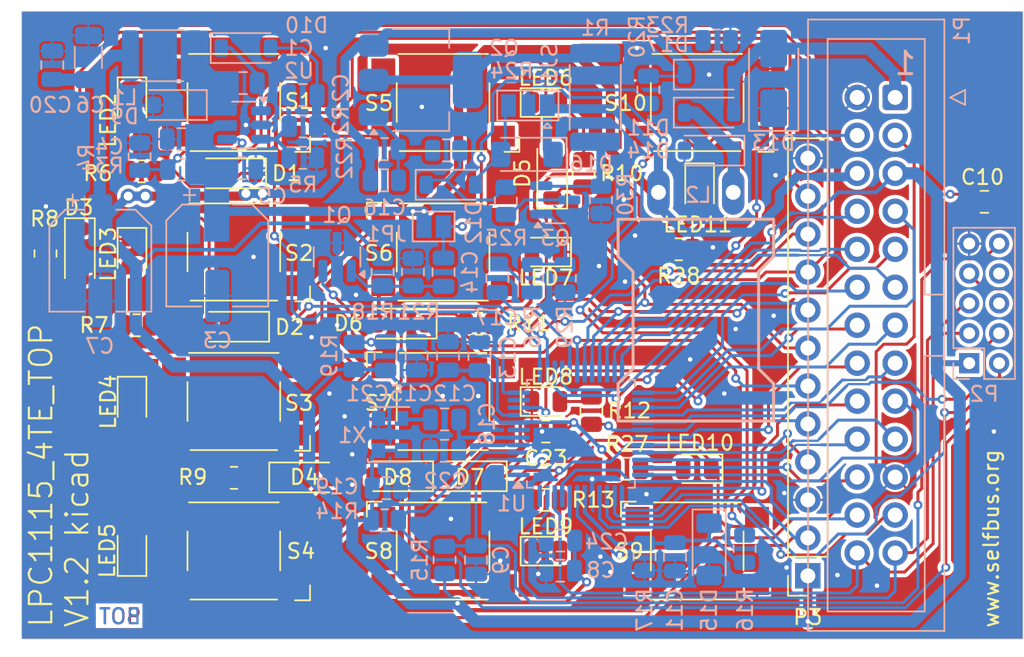
<source format=kicad_pcb>
(kicad_pcb (version 20240108) (generator "pcbnew") (generator_version "8.0")
  (layers (0 "F.Cu" signal) (31 "B.Cu" signal) (34 "B.Paste" user) (35 "F.Paste" user) (36 "B.SilkS" user "B.Silkscreen") (37 "F.SilkS" user "F.Silkscreen") (38 "B.Mask" user) (39 "F.Mask" user) (44 "Edge.Cuts" user))
  (net 0 "")
  (net 1 "/RESET")
  (net 2 "/BUS_V")
  (net 3 "GND")
  (net 4 "/EIB_IN")
  (net 5 "Net-(Q2-B)")
  (net 6 "/EIB_OUT")
  (net 7 "Net-(U1-XTALIN)")
  (net 8 "/LT1")
  (net 9 "/LT2")
  (net 10 "/LT3")
  (net 11 "+3V3")
  (net 12 "/LT4")
  (net 13 "/LT5")
  (net 14 "/LT6")
  (net 15 "/LT7")
  (net 16 "/LT8")
  (net 17 "/EIB+")
  (net 18 "/REF")
  (net 19 "/PROG1")
  (net 20 "/PROG2")
  (net 21 "/IO11")
  (net 22 "/IO5")
  (net 23 "/TXD")
  (net 24 "/IO3")
  (net 25 "/APROG")
  (net 26 "/IO6")
  (net 27 "/IO1")
  (net 28 "/RXD")
  (net 29 "/IO12")
  (net 30 "/IO8")
  (net 31 "/IO15")
  (net 32 "/IO7")
  (net 33 "/SDA")
  (net 34 "/IO4")
  (net 35 "/SCL")
  (net 36 "/IO13")
  (net 37 "/PWM")
  (net 38 "/IO10")
  (net 39 "/IO9")
  (net 40 "/IO14")
  (net 41 "/IO2")
  (net 42 "/SWDIO")
  (net 43 "/SWCLK")
  (net 44 "/ISP_EN")
  (net 45 "/LT9")
  (net 46 "Net-(Q3-E)")
  (net 48 "/EIB_DC")
  (net 49 "Net-(C17-Pad1)")
  (net 50 "Net-(Q3-C)")
  (net 51 "Net-(Q3-B)")
  (net 52 "Net-(D9-K)")
  (net 53 "Net-(D10-K)")
  (net 54 "Net-(U2-V_{FB})")
  (net 55 "Net-(Q1-B)")
  (net 56 "Net-(X1-OUT)")
  (net 57 "Net-(Q2-C)")
  (net 58 "Net-(SJ1-C)")
  (net 61 "Net-(JP1-B)")
  (net 62 "Net-(D17-K)")
  (net 63 "Net-(D1-A)")
  (net 64 "Net-(D2-A)")
  (net 65 "Net-(D3-A)")
  (net 66 "Net-(D4-A)")
  (net 67 "Net-(D5-A)")
  (net 68 "Net-(D6-A)")
  (net 69 "Net-(D7-A)")
  (net 70 "Net-(D8-A)")
  (net 71 "Net-(D11-K)")
  (net 72 "Net-(D12-K)")
  (net 73 "Net-(LED2-A)")
  (net 74 "Net-(LED3-A)")
  (net 75 "Net-(LED4-A)")
  (net 76 "Net-(LED5-A)")
  (net 77 "Net-(LED6-A)")
  (net 78 "Net-(LED7-A)")
  (net 79 "Net-(LED8-A)")
  (net 80 "Net-(LED9-A)")
  (net 81 "Net-(LED10-A)")
  (net 82 "Net-(LED11-A)")
  (net 86 "Net-(U2-EN)")
  (footprint "Button_Switch_SMD:SW_SPST_Omron_B3FS-100xP" (layer "F.Cu") (at 130.0011 100.0036 180)
    (property "Reference" "S2")
    (property "Value" "CH2")
  )
  (footprint "Button_Switch_SMD:SW_SPST_Omron_B3FS-100xP" (layer "F.Cu") (at 130.0011 120.0036 180)
    (property "Reference" "S4")
    (property "Value" "CH4")
  )
  (footprint "Resistor_SMD:R_0805_2012Metric" (layer "F.Cu") (at 159.766 99.822)
    (property "Reference" "R28")
    (property "Value" "1k5")
  )
  (footprint "Button_Switch_SMD:SW_SPST_Omron_B3FS-100xP" (layer "F.Cu") (at 161.0011 90.0036 180)
    (property "Reference" "S10")
    (property "Value" "prog2")
  )
  (footprint "Diode_SMD:D_SOD-123" (layer "F.Cu") (at 130.0011 105.0036 180)
    (property "Reference" "D2")
    (property "Value" "1N4148W")
  )
  (footprint "Diode_SMD:D_SOD-123" (layer "F.Cu") (at 129.794 94.742 180)
    (property "Reference" "D1")
    (property "Value" "1N4148W")
  )
  (footprint "Connector_PinSocket_2.54mm:PinSocket_1x12_P2.54mm_Vertical" (layer "F.Cu") (at 168.402 121.666 180)
    (property "Reference" "P3")
    (property "Value" "FE12-1")
  )
  (footprint "LED_SMD:LED_0805_2012Metric" (layer "F.Cu") (at 150.876 100.0036 180)
    (property "Reference" "LED7")
    (property "Value" "CH6")
  )
  (footprint "LED_SMD:LED_0805_2012Metric" (layer "F.Cu") (at 123.19 110.0328 -90)
    (property "Reference" "LED4")
    (property "Value" "CH3")
  )
  (footprint "Resistor_SMD:R_0805_2012Metric" (layer "F.Cu") (at 153.4011 94.742 -90)
    (property "Reference" "R10")
    (property "Value" "1k5")
  )
  (footprint "LED_SMD:LED_0805_2012Metric" (layer "F.Cu") (at 150.876 120.015)
    (property "Reference" "LED9")
    (property "Value" "CH8")
  )
  (footprint "Button_Switch_SMD:SW_SPST_Omron_B3FS-100xP" (layer "F.Cu") (at 144.0011 120.0036)
    (property "Reference" "S8")
    (property "Value" "CH8")
  )
  (footprint "Resistor_SMD:R_0805_2012Metric" (layer "F.Cu") (at 123.825 94.6036)
    (property "Reference" "R6")
    (property "Value" "1k5")
  )
  (footprint "Diode_SMD:D_SOD-123" (layer "F.Cu") (at 145.9011 115.0036 180)
    (property "Reference" "D7")
    (property "Value" "1N4148W")
  )
  (footprint "Diode_SMD:D_SOD-123" (layer "F.Cu") (at 151.3011 94.742 90)
    (property "Reference" "D5")
    (property "Value" "1N4148W")
  )
  (footprint "LED_SMD:LED_0805_2012Metric" (layer "F.Cu") (at 123.19 119.9896 90)
    (property "Reference" "LED5")
    (property "Value" "CH4")
  )
  (footprint "Resistor_SMD:R_0805_2012Metric" (layer "F.Cu") (at 153.924 110.617 -90)
    (property "Reference" "R12")
    (property "Value" "1k5")
  )
  (footprint "Button_Switch_SMD:SW_SPST_Omron_B3FS-100xP" (layer "F.Cu") (at 130.0011 90.0036 180)
    (property "Reference" "S1")
    (property "Value" "CH1")
  )
  (footprint "Button_Switch_SMD:SW_SPST_Omron_B3FS-100xP" (layer "F.Cu") (at 144.0011 110.0036)
    (property "Reference" "S7")
    (property "Value" "CH7")
  )
  (footprint "LED_SMD:LED_0805_2012Metric" (layer "F.Cu") (at 123.19 100.076 -90)
    (property "Reference" "LED3")
    (property "Value" "CH2")
  )
  (footprint "Diode_SMD:D_SOD-123" (layer "F.Cu") (at 119.7011 100.1036 -90)
    (property "Reference" "D3")
    (property "Value" "1N4148W")
  )
  (footprint "Resistor_SMD:R_0805_2012Metric" (layer "F.Cu") (at 123.5011 104.9036)
    (property "Reference" "R7")
    (property "Value" "1k5")
  )
  (footprint "LED_SMD:LED_0805_2012Metric" (layer "F.Cu") (at 123.19 90.0036 -90)
    (property "Reference" "LED2")
    (property "Value" "CH1")
  )
  (footprint "Resistor_SMD:R_0805_2012Metric" (layer "F.Cu") (at 150.876 116.586 180)
    (property "Reference" "R13")
    (property "Value" "1k5")
  )
  (footprint "Resistor_SMD:R_0805_2012Metric" (layer "F.Cu") (at 130.0111 115.1136)
    (property "Reference" "R9")
    (property "Value" "1k5")
  )
  (footprint "Button_Switch_SMD:SW_SPST_Omron_B3FS-100xP" (layer "F.Cu") (at 144.0011 100.0036)
    (property "Reference" "S6")
    (property "Value" "CH6")
  )
  (footprint "Button_Switch_SMD:SW_SPST_Omron_B3FS-100xP" (layer "F.Cu") (at 130.0011 110.0036 180)
    (property "Reference" "S3")
    (property "Value" "CH3")
  )
  (footprint "LED_SMD:LED_0805_2012Metric" (layer "F.Cu") (at 161.0011 114.5036 180)
    (property "Reference" "LED10")
    (property "Value" "prog1")
  )
  (footprint "Button_Switch_SMD:SW_SPST_Omron_B3FS-100xP" (layer "F.Cu") (at 144.0011 90.0036 180)
    (property "Reference" "S5")
    (property "Value" "CH5")
  )
  (footprint "Diode_SMD:D_SOD-123" (layer "F.Cu") (at 141.2111 104.7936 180)
    (property "Reference" "D6")
    (property "Value" "1N4148W")
  )
  (footprint "Resistor_SMD:R_0805_2012Metric" (layer "F.Cu") (at 156.3011 114.5036)
    (property "Reference" "R27")
    (property "Value" "1k5")
  )
  (footprint "LED_SMD:LED_0805_2012Metric" (layer "F.Cu") (at 150.876 110.0036)
    (property "Reference" "LED8")
    (property "Value" "CH7")
  )
  (footprint "LED_SMD:LED_0805_2012Metric" (layer "F.Cu") (at 150.876 90.0036)
    (property "Reference" "LED6")
    (property "Value" "CH5")
  )
  (footprint "Button_Switch_SMD:SW_SPST_Omron_B3FS-100xP" (layer "F.Cu") (at 161.0011 120.0036)
    (property "Reference" "S9")
    (property "Value" "prog1")
  )
  (footprint "Capacitor_SMD:C_0805_2012Metric" (layer "F.Cu") (at 180.213 96.647)
    (property "Reference" "C10")
    (property "Value" "100n")
  )
  (footprint "Resistor_SMD:R_0805_2012Metric" (layer "F.Cu") (at 146.4011 104.8036 180)
    (property "Reference" "R11")
    (property "Value" "1k5")
  )
  (footprint "Resistor_SMD:R_0805_2012Metric" (layer "F.Cu") (at 117.4011 100.1036 90)
    (property "Reference" "R8")
    (property "Value" "1k5")
  )
  (footprint "Diode_SMD:D_SOD-123" (layer "F.Cu") (at 134.7311 115.0836)
    (property "Reference" "D4")
    (property "Value" "1N4148W")
  )
  (footprint "Diode_SMD:D_SOD-123" (layer "F.Cu") (at 140.97 115.0036 180)
    (property "Reference" "D8")
    (property "Value" "1N4148W")
  )
  (footprint "LED_SMD:LED_0805_2012Metric" (layer "F.Cu") (at 161.163 95.758 -90)
    (property "Reference" "LED11")
    (property "Value" "prog2")
  )
  (footprint "Capacitor_SMD:C_0805_2012Metric" (layer "F.Cu") (at 150.876 112.014 180)
    (property "Reference" "C23")
    (property "Value" "100nF")
  )
  (footprint "Diode_SMD:D_MiniMELF" (layer "B.Cu") (at 149.606 93.472 180)
    (property "Reference" "D16")
    (property "Value" "7V5")
  )
  (footprint "Resistor_SMD:R_0805_2012Metric" (layer "B.Cu") (at 138.0511 106.9536 -90)
    (property "Reference" "R19")
    (property "Value" "10k")
  )
  (footprint "Capacitor_SMD:C_0805_2012Metric" (layer "B.Cu") (at 142.2311 106.9536 90)
    (property "Reference" "C15")
    (property "Value" "100p")
  )
  (footprint "Capacitor_SMD:C_0805_2012Metric" (layer "B.Cu") (at 144.1011 113.3036 180)
    (property "Reference" "C22")
    (property "Value" "220p")
  )
  (footprint "Capacitor_SMD:C_0805_2012Metric" (layer "B.Cu") (at 146.4311 106.975125 90)
    (property "Reference" "C13")
    (property "Value" "1u")
  )
  (footprint "Package_TO_SOT_SMD:SOT-23" (layer "B.Cu") (at 136.906 100.33 90)
    (property "Reference" "Q1")
    (property "Value" "BC856")
  )
  (footprint "Capacitor_SMD:C_0805_2012Metric" (layer "B.Cu") (at 144.1011 111.2036)
    (property "Reference" "C18")
    (property "Value" "100p")
  )
  (footprint "Diode_SMD:D_SOD-123" (layer "B.Cu") (at 161.798 90.678)
    (property "Reference" "D11")
    (property "Value" "1N4148W")
  )
  (footprint "Diode_SMD:D_SOD-123F" (layer "B.Cu") (at 125.984 90.17 180)
    (property "Reference" "D9")
    (property "Value" "RB060M-60 / MBR 140SFT1G")
  )
  (footprint "Diode_SMD:D_SOD-123" (layer "B.Cu") (at 161.798 93.218 180)
    (property "Reference" "D14")
    (property "Value" "1N4148W")
  )
  (footprint "Diode_SMD:D_MiniMELF" (layer "B.Cu") (at 161.798 119.888 -90)
    (property "Reference" "D15")
    (property "Value" "3V6")
  )
  (footprint "Connector_IDC:IDC-Header_2x13_P2.54mm_Vertical" (layer "B.Cu") (at 174.244 89.662 180)
    (property "Reference" "P1")
    (property "Value" "ML26")
  )
  (footprint "Capacitor_SMD:CP_Elec_6.3x7.7" (layer "B.Cu") (at 128.8911 100.2386 -90)
    (property "Reference" "C3")
    (property "Value" "100µ/35V")
  )
  (footprint "Diode_SMD:D_SMA" (layer "B.Cu") (at 166.116 88.392 90)
    (property "Reference" "D13")
    (property "Value" "SMAJ40CA")
  )
  (footprint "Capacitor_SMD:C_0805_2012Metric" (layer "B.Cu") (at 130.6211 88.7036)
    (property "Reference" "C1")
    (property "Value" "15n")
  )
  (footprint "Resistor_SMD:R_0805_2012Metric" (layer "B.Cu") (at 154.559 96.52 90)
    (property "Reference" "R30")
    (property "Value" "5R6")
  )
  (footprint "Resistor_SMD:R_0805_2012Metric" (layer "B.Cu") (at 123.698 93.6225 -90)
    (property "Reference" "R4")
    (property "Value" "43k")
  )
  (footprint "Resistor_SMD:R_0805_2012Metric" (layer "B.Cu") (at 141.986 101.346 -90)
    (property "Reference" "R21")
    (property "Value" "47k")
  )
  (footprint "Package_TO_SOT_SMD:SOT-223-3_TabPin2" (layer "B.Cu") (at 142.5011 88.4936)
    (property "Reference" "Q2")
    (property "Value" "FZT753")
  )
  (footprint "Resistor_SMD:R_2512_6332Metric" (layer "B.Cu") (at 154.178 89.662 90)
    (property "Reference" "R1")
    (property "Value" "24R 1W")
  )
  (footprint "Resistor_SMD:R_0805_2012Metric" (layer "B.Cu") (at 157.734 89.154 -90)
    (property "Reference" "R20")
    (property "Value" "10k")
  )
  (footprint "Resistor_SMD:R_0805_2012Metric" (layer "B.Cu") (at 164.1711 119.8536 -90)
    (property "Reference" "R16")
    (property "Value" "43k")
  )
  (footprint "Jumper:SolderJumper-2_P1.3mm_Open_Pad1.0x1.5mm" (layer "B.Cu") (at 143.368 98.298)
    (property "Reference" "JP1")
    (property "Value" "SolderJumper_2_Open")
  )
  (footprint "Capacitor_SMD:C_0805_2012Metric" (layer "B.Cu") (at 144.0311 101.346 -90)
    (property "Reference" "C14")
    (property "Value" "100n")
  )
  (footprint "Capacitor_SMD:C_0805_2012Metric" (layer "B.Cu") (at 144.3311 106.9536 90)
    (property "Reference" "C12")
    (property "Value" "100nF")
  )
  (footprint "Resistor_SMD:R_0805_2012Metric" (layer "B.Cu") (at 144.2111 93.2036 180)
    (property "Reference" "R24")
    (property "Value" "1k")
  )
  (footprint "Oscillator:Oscillator_SMD_EuroQuartz_XO32-4Pin_3.2x2.5mm" (layer "B.Cu") (at 140.449 112.209)
    (property "Reference" "X1")
    (property "Value" "12MHz")
  )
  (footprint "Resistor_SMD:R_0805_2012Metric" (layer "B.Cu") (at 134.6211 91.6036)
    (property "Reference" "R2")
    (property "Value" "88k7")
  )
  (footprint "Capacitor_SMD:C_0805_2012Metric" (layer "B.Cu") (at 140.1511 106.9536 -90)
    (property "Reference" "C21")
    (property "Value" "100n")
  )
  (footprint "Resistor_SMD:R_0805_2012Metric" (layer "B.Cu") (at 126.492 94.488)
    (property "Reference" "R3")
    (property "Value" "390k")
  )
  (footprint "Resistor_SMD:R_0805_2012Metric" (layer "B.Cu") (at 162.306 85.852 180)
    (property "Reference" "R23")
    (property "Value" "100k")
  )
  (footprint "Resistor_SMD:R_0805_2012Metric" (layer "B.Cu") (at 140.1011 117.9536 180)
    (property "Reference" "R14")
    (property "Value" "100k")
  )
  (footprint "Resistor_SMD:R_0805_2012Metric" (layer "B.Cu") (at 134.6211 93.7036 180)
    (property "Reference" "R5")
    (property "Value" "22k1")
  )
  (footprint "Jumper:SolderJumper-3_P1.3mm_Open_Pad1.0x1.5mm" (layer "B.Cu") (at 149.6711 90.2036 180)
    (property "Reference" "SJ1")
    (property "Value" "SolderJumper_3_Open")
  )
  (footprint "Capacitor_SMD:C_0805_2012Metric" (layer "B.Cu") (at 151.8511 119.3036 180)
    (property "Reference" "C24")
    (property "Value" "1u")
  )
  (footprint "Resistor_SMD:R_0805_2012Metric" (layer "B.Cu") (at 157.48 120.396 -90)
    (property "Reference" "R17")
    (property "Value" "6k2")
  )
  (footprint "Resistor_SMD:R_0805_2012Metric" (layer "B.Cu") (at 149.9511 101.7536 -90)
    (property "Reference" "R26")
    (property "Value" "5k6")
  )
  (footprint "Resistor_SMD:R_0805_2012Metric" (layer "B.Cu") (at 140.0846 93.1236)
    (property "Reference" "R22")
    (property "Value" "1k")
  )
  (footprint "Diode_SMD:D_SOD-123" (layer "B.Cu") (at 161.798 88.138)
    (property "Reference" "D17")
    (property "Value" "1N4148W")
  )
  (footprint "Capacitor_SMD:C_0805_2012Metric" (layer "B.Cu") (at 147.6311 101.7536 -90)
    (property "Reference" "C17")
    (property "Value" "10n")
  )
  (footprint "Capacitor_SMD:CP_Elec_6.3x7.7" (layer "B.Cu") (at 121.0711 100.584 -90)
    (property "Reference" "C7")
    (property "Value" "100µ/10V")
  )
  (footprint "selfbus:BS11_LIEGEND" (layer "B.Cu") (at 160.909 96.012 180)
    (property "Reference" "L2")
    (property "Value" "150mH")
  )
  (footprint "Capacitor_SMD:C_0805_2012Metric" (layer "B.Cu") (at 134.6211 89.5036 180)
    (property "Reference" "C2")
    (property "Value" "270n")
  )
  (footprint "Package_TO_SOT_SMD:SOT-23" (layer "B.Cu") (at 151.511 96.52)
    (property "Reference" "Q3")
    (property "Value" "BC847")
  )
  (footprint "Resistor_SMD:R_0805_2012Metric" (layer "B.Cu") (at 148.2011 96.5836 90)
    (property "Reference" "R25")
    (property "Value" "2k2")
  )
  (footprint "Capacitor_SMD:C_0805_2012Metric" (layer "B.Cu") (at 117.856 87.503 90)
    (property "Reference" "C20")
    (property "Value" "100n")
  )
  (footprint "Resistor_SMD:R_0805_2012Metric" (layer "B.Cu") (at 152.1511 101.7536 -90)
    (property "Reference" "R29")
    (property "Value" "100k")
  )
  (footprint "Capacitor_SMD:C_0805_2012Metric" (layer "B.Cu") (at 140.0646 95.2036)
    (property "Reference" "C16")
    (property "Value" "10n")
  )
  (footprint "Connector_PinHeader_2.00mm:PinHeader_2x05_P2.00mm_Vertical" (layer "B.Cu") (at 179.197 107.442)
    (property "Reference" "P2")
    (property "Value" "ISP")
  )
  (footprint "Inductor_SMD:L_1812_4532Metric" (layer "B.Cu") (at 125.222 86.868 180)
    (property "Reference" "L1")
    (property "Value" "10u")
  )
  (footprint "Capacitor_SMD:C_0805_2012Metric" (layer "B.Cu") (at 151.8411 121.3236 180)
    (property "Reference" "C8")
    (property "Value" "100n")
  )
  (footprint "Capacitor_SMD:C_0805_2012Metric" (layer "B.Cu") (at 140.2011 115.8036)
    (property "Reference" "C19")
    (property "Value" "10n")
  )
  (footprint "Diode_SMD:D_SOD-123" (layer "B.Cu") (at 144.526 95.504)
    (property "Reference" "D12")
    (property "Value" "1N4148W")
  )
  (footprint "Package_TO_SOT_SMD:SOT-23-6" (layer "B.Cu") (at 130.683 91.506 180)
    (property "Reference" "U2")
    (property "Value" "TPS560430")
  )
  (footprint "Capacitor_SMD:C_0805_2012Metric" (layer "B.Cu") (at 130.5211 94.4036)
    (property "Reference" "C5")
    (property "Value" "100n")
  )
  (footprint "Resistor_SMD:R_0805_2012Metric" (layer "B.Cu") (at 139.954 101.346 90)
    (property "Reference" "R18")
    (property "Value" "82k")
  )
  (footprint "Resistor_SMD:R_0805_2012Metric" (layer "B.Cu") (at 144.1011 120.6036 -90)
    (property "Reference" "R15")
    (property "Value" "100k")
  )
  (footprint "Capacitor_SMD:C_1206_3216Metric" (layer "B.Cu") (at 120.269 86.995 90)
    (property "Reference" "C6")
    (property "Value" "47µ/10V")
  )
  (footprint "Diode_SMD:D_SOD-123" (layer "B.Cu") (at 130.81 86.36)
    (property "Reference" "D10")
    (property "Value" "1N4148W")
  )
  (footprint "Capacitor_SMD:C_0805_2012Metric" (layer "B.Cu") (at 159.512 120.396 -90)
    (property "Reference" "C11")
    (property "Value" "100n")
  )
  (footprint "Package_QFP:LQFP-48_7x7mm_P0.5mm" (layer "B.Cu") (at 153.221725 112.16335)
    (property "Reference" "U1")
    (property "Value" "LPC1115FBD48-303")
  )
  (footprint "Capacitor_SMD:C_0805_2012Metric" (layer "B.Cu") (at 146.2011 120.6036 90)
    (property "Reference" "C9")
    (property "Value" "10nF")
  )
  (footprint "Capacitor_SMD:C_0805_2012Metric" (layer "B.Cu") (at 126.492 92.456 180)
    (property "Reference" "C4")
    (property "Value" "4.7µ/50V")
  )
  (gr_rect (start 115.7992 83.902) (end 182.7992 125.902) (stroke (width 0.05)) (fill none) (layer "Edge.Cuts"))
  (gr_text "TOP" (at 120.904 124.968 0) (layer "F.Cu") (effects (font (size 1 1)) (justify left bottom)))
  (gr_text "BOT" (at 123.8911 124.968 0) (layer "B.Cu") (effects (font (size 1 1)) (justify left bottom mirror)))
  (gr_text "1" (at 175.768 88.265 0) (layer "B.SilkS") (effects (font (size 1.5 1.5) (thickness 0.2)) (justify left bottom mirror)))
  (gr_text "www.selfbus.org" (at 180.086 125.222 90) (layer "F.SilkS") (effects (font (size 1 1)) (justify left top)))
  (gr_text "LPC1115_4TE_TOP\nV1.2 kicad" (at 120.396 125.222 90) (layer "F.SilkS") (effects (font (size 1.5 1.5)) (justify left bottom)))
  (segment (start 176.022 115.824) (end 176.022 101.854) (width 0.2) (layer "F.Cu") (net 1))
  (segment (start 176.022 101.854) (end 177.419 100.457) (width 0.2) (layer "F.Cu") (net 1))
  (segment (start 177.419 100.457) (end 180.182 100.457) (width 0.2) (layer "F.Cu") (net 1))
  (segment (start 175.768 116.078) (end 176.022 115.824) (width 0.2) (layer "F.Cu") (net 1))
  (segment (start 175.768 116.932) (end 175.768 116.078) (width 0.2) (layer "F.Cu") (net 1))
  (segment (start 180.182 100.457) (end 181.197 99.442) (width 0.2) (layer "F.Cu") (net 1))
  (via (at 175.768 116.932) (size 0.6) (drill 0.3) (layers "F.Cu" "B.Cu") (net 1))
  (segment (start 146.2011 114.7004) (end 146.2011 119.6536) (width 0.2) (layer "B.Cu") (net 1))
  (segment (start 149.886 123.47) (end 148.844 122.428) (width 0.2) (layer "B.Cu") (net 1))
  (segment (start 149.054225 113.90835) (end 146.99315 113.90835) (width 0.2) (layer "B.Cu") (net 1))
  (segment (start 175.768 116.932) (end 175.768 122.4788) (width 0.2) (layer "B.Cu") (net 1))
  (segment (start 149.059225 113.91335) (end 149.054225 113.90835) (width 0.2) (layer "B.Cu") (net 1))
  (segment (start 175.768 122.4788) (end 174.7768 123.47) (width 0.2) (layer "B.Cu") (net 1))
  (segment (start 146.99315 113.90835) (end 146.2011 114.7004) (width 0.2) (layer "B.Cu") (net 1))
  (segment (start 146.2011 119.6536) (end 144.1011 119.6536) (width 0.2) (layer "B.Cu") (net 1))
  (segment (start 148.844 120.142) (end 148.3556 119.6536) (width 0.2) (layer "B.Cu") (net 1))
  (segment (start 148.3556 119.6536) (end 146.2011 119.6536) (width 0.2) (layer "B.Cu") (net 1))
  (segment (start 148.844 122.428) (end 148.844 120.142) (width 0.2) (layer "B.Cu") (net 1))
  (segment (start 174.7768 123.47) (end 149.886 123.47) (width 0.2) (layer "B.Cu") (net 1))
  (segment (start 155.545306 119.4835) (end 159.4745 119.4835) (width 0.254) (layer "B.Cu") (net 2))
  (segment (start 153.471725 116.32585) (end 153.471725 117.409919) (width 0.254) (layer "B.Cu") (net 2))
  (segment (start 164.1711 120.8036) (end 163.7511 120.8036) (width 0.254) (layer "B.Cu") (net 2))
  (segment (start 159.6544 119.3036) (end 159.512 119.446) (width 0.254) (layer "B.Cu") (net 2))
  (segment (start 163.7511 120.8036) (end 162.2511 119.3036) (width 0.254) (layer "B.Cu") (net 2))
  (segment (start 162.2511 119.3036) (end 159.6544 119.3036) (width 0.254) (layer "B.Cu") (net 2))
  (segment (start 161.798 119.3036) (end 161.798 118.138) (width 0.254) (layer "B.Cu") (net 2))
  (segment (start 159.4745 119.4835) (end 159.512 119.446) (width 0.254) (layer "B.Cu") (net 2))
  (segment (start 153.471725 117.409919) (end 155.545306 119.4835) (width 0.254) (layer "B.Cu") (net 2))
  (via (at 160.528 107.188) (size 0.6) (drill 0.3) (layers "F.Cu" "B.Cu") (net 3))
  (via (at 135.2011 105.7036) (size 0.6) (drill 0.3) (layers "F.Cu" "B.Cu") (net 3))
  (via (at 156.1711 101.9836) (size 0.6) (drill 0.3) (layers "F.Cu" "B.Cu") (net 3))
  (via (at 137.414 110.998) (size 0.6) (drill 0.3) (layers "F.Cu" "B.Cu") (net 3))
  (via (at 150.368 121.539) (size 0.6) (drill 0.3) (layers "F.Cu" "B.Cu") (net 3))
  (via (at 162.814 109.474) (size 0.6) (drill 0.3) (layers "F.Cu" "B.Cu") (net 3))
  (via (at 155.194 121.412) (size 0.6) (drill 0.3) (layers "F.Cu" "B.Cu") (net 3))
  (via (at 166.116 104.267) (size 0.6) (drill 0.3) (layers "F.Cu" "B.Cu") (net 3))
  (via (at 166.243 94.869) (size 0.6) (drill 0.3) (layers "F.Cu" "B.Cu") (net 3))
  (via (at 147.828 120.65) (size 0.6) (drill 0.3) (layers "F.Cu" "B.Cu") (net 3))
  (via (at 154.4311 100.9436) (size 0.6) (drill 0.3) (layers "F.Cu" "B.Cu") (net 3))
  (via (at 163.576 105.156) (size 0.6) (drill 0.3) (layers "F.Cu" "B.Cu") (net 3))
  (via (at 136.144 86.36) (size 0.6) (drill 0.3) (layers "F.Cu" "B.Cu") (net 3))
  (via (at 131.318 100.33) (size 0.6) (drill 0.3) (layers "F.Cu" "B.Cu") (net 3))
  (via (at 130.81 91.5036) (size 0.6) (drill 0.3) (layers "F.Cu" "B.Cu") (net 3))
  (via (at 156.083 96.52) (size 0.6) (drill 0.3) (layers "F.Cu" "B.Cu") (net 3))
  (via (at 161.798 88.138) (size 0.6) (drill 0.3) (layers "F.Cu" "B.Cu") (net 3))
  (via (at 117.4311 96.9536) (size 0.6) (drill 0.3) (layers "F.Cu" "B.Cu") (net 3))
  (via (at 166.9811 121.1136) (size 0.6) (drill 0.3) (layers "F.Cu" "B.Cu") (net 3))
  (via (at 137.922 113.538) (size 0.6) (drill 0.3) (layers "F.Cu" "B.Cu") (net 3))
  (via (at 180.848 112.014) (size 0.6) (drill 0.3) (layers "F.Cu" "B.Cu") (net 3))
  (via (at 142.5811 90.297) (size 0.6) (drill 0.3) (layers "F.Cu" "B.Cu") (net 3))
  (via (at 150.622 112.014) (size 0.6) (drill 0.3) (layers "F.Cu" "B.Cu") (net 3))
  (via (at 170.3832 121.6152) (size 0.6) (drill 0.3) (layers "F.Cu" "B.Cu") (net 3))
  (via (at 153.971725 115.189) (size 0.6) (drill 0.3) (layers "F.Cu" "B.Cu") (net 3))
  (via (at 144.526 117.856) (size 0.6) (drill 0.3) (layers "F.Cu" "B.Cu") (net 3))
  (via (at 136.906 104.902) (size 0.6) (drill 0.3) (layers "F.Cu" "B.Cu") (net 3))
  (via (at 162.052 99.695) (size 0.6) (drill 0.3) (layers "F.Cu" "B.Cu") (net 3))
  (via (at 136.398 109.474) (size 0.6) (drill 0.3) (layers "F.Cu" "B.Cu") (net 3))
  (via (at 150.114 87.8986) (size 0.6) (drill 0.3) (layers "F.Cu" "B.Cu") (net 3))
  (via (at 173.0248 122.3264) (size 0.6) (drill 0.3) (layers "F.Cu" "B.Cu") (net 3))
  (via (at 143.9811 109.6336) (size 0.6) (drill 0.3) (layers "F.Cu" "B.Cu") (net 3))
  (via (at 156.8411 98.9036) (size 0.6) (drill 0.3) (layers "F.Cu" "B.Cu") (net 3))
  (via (at 138.176 102.87) (size 0.6) (drill 0.3) (layers "F.Cu" "B.Cu") (net 3))
  (via (at 166.8272 116.1288) (size 0.6) (drill 0.3) (layers "F.Cu" "B.Cu") (net 3))
  (via (at 157.607 116.205) (size 0.6) (drill 0.3) (layers "F.Cu" "B.Cu") (net 3))
  (via (at 146.3511 109.6436) (size 0.6) (drill 0.3) (layers "F.Cu" "B.Cu") (net 3))
  (via (at 154.5211 120.3836) (size 0.6) (drill 0.3) (layers "F.Cu" "B.Cu") (net 3))
  (via (at 156.972 86.36) (size 0.6) (drill 0.3) (layers "F.Cu" "B.Cu") (net 3))
  (via (at 137.922 115.57) (size 0.6) (drill 0.3) (layers "F.Cu" "B.Cu") (net 3))
  (via (at 151.892 87.9136) (size 0.6) (drill 0.3) (layers "F.Cu" "B.Cu") (net 3))
  (segment (start 131.8611 94.7936) (end 131.4711 94.4036) (width 0.254) (layer "B.Cu") (net 3))
  (segment (start 135.5711 93.7036) (end 134.4811 94.7936) (width 0.254) (layer "B.Cu") (net 3))
  (segment (start 134.4811 94.7936) (end 131.8611 94.7936) (width 0.254) (layer "B.Cu") (net 3))
  (segment (start 153.971725 115.189) (end 153.971725 116.32585) (width 0.254) (layer "B.Cu") (net 3))
  (segment (start 130.81 91.5036) (end 131.7711 91.5036) (width 0.2) (layer "B.Cu") (net 3))
  (segment (start 137.922 105.41) (end 137.922 104.14) (width 0.2) (layer "F.Cu") (net 4))
  (segment (start 139.192 106.0411) (end 138.5531 106.0411) (width 0.2) (layer "F.Cu") (net 4))
  (segment (start 137.922 104.14) (end 136.652 102.87) (width 0.2) (layer "F.Cu") (net 4))
  (segment (start 138.5531 106.0411) (end 137.922 105.41) (width 0.2) (layer "F.Cu") (net 4))
  (via (at 136.652 102.87) (size 0.6) (drill 0.3) (layers "F.Cu" "B.Cu") (net 4))
  (via (at 139.192 106.0411) (size 0.6) (drill 0.3) (layers "F.Cu" "B.Cu") (net 4))
  (segment (start 149.059225 110.91335) (end 147.986725 110.91335) (width 0.2) (layer "B.Cu") (net 4))
  (segment (start 136.652 102.87) (end 135.956 102.174) (width 0.2) (layer "B.Cu") (net 4))
  (segment (start 147.986725 110.91335) (end 147.6311 110.557725) (width 0.2) (layer "B.Cu") (net 4))
  (segment (start 147.327081 106.955125) (end 143.182625 106.955125) (width 0.2) (layer "B.Cu") (net 4))
  (segment (start 138.0511 106.0411) (end 140.0636 106.0411) (width 0.2) (layer "B.Cu") (net 4))
  (segment (start 147.6311 110.557725) (end 147.6311 107.259144) (width 0.2) (layer "B.Cu") (net 4))
  (segment (start 147.6311 107.259144) (end 147.327081 106.955125) (width 0.2) (layer "B.Cu") (net 4))
  (segment (start 140.0636 106.0411) (end 140.1011 106.0036) (width 0.2) (layer "B.Cu") (net 4))
  (segment (start 140.1011 106.0036) (end 140.1511 106.0036) (width 0.2) (layer "B.Cu") (net 4))
  (segment (start 135.956 102.174) (end 135.956 101.2675) (width 0.2) (layer "B.Cu") (net 4))
  (segment (start 139.192 106.0411) (end 138.0511 106.0411) (width 0.2) (layer "B.Cu") (net 4))
  (segment (start 142.2311 106.0036) (end 140.1011 106.0036) (width 0.2) (layer "B.Cu") (net 4))
  (segment (start 143.182625 106.955125) (end 142.2311 106.0036) (width 0.2) (layer "B.Cu") (net 4))
  (segment (start 141.0771 93.2036) (end 140.9971 93.1236) (width 0.2) (layer "B.Cu") (net 5))
  (segment (start 141.0146 95.2036) (end 140.9971 95.1861) (width 0.2) (layer "B.Cu") (net 5))
  (segment (start 143.2986 93.2036) (end 141.0771 93.2036) (width 0.2) (layer "B.Cu") (net 5))
  (segment (start 140.9971 95.1861) (end 140.9971 93.1236) (width 0.2) (layer "B.Cu") (net 5))
  (segment (start 139.3511 90.7936) (end 140.9971 92.4396) (width 0.2) (layer "B.Cu") (net 5))
  (segment (start 140.9971 92.4396) (end 140.9971 93.1236) (width 0.2) (layer "B.Cu") (net 5))
  (segment (start 147.6311 102.7036) (end 147.6311 102.809582) (width 0.2) (layer "B.Cu") (net 6))
  (segment (start 152.471725 106.243725) (end 152.471725 108.00085) (width 0.2) (layer "B.Cu") (net 6))
  (segment (start 147.6311 102.809582) (end 148.585118 103.7636) (width 0.2) (layer "B.Cu") (net 6))
  (segment (start 149.9916 103.7636) (end 152.471725 106.243725) (width 0.2) (layer "B.Cu") (net 6))
  (segment (start 148.585118 103.7636) (end 149.9916 103.7636) (width 0.2) (layer "B.Cu") (net 6))
  (segment (start 145.0511 112.41335) (end 145.0511 111.2036) (width 0.254) (layer "B.Cu") (net 7))
  (segment (start 145.0511 113.3036) (end 145.0511 112.41335) (width 0.254) (layer "B.Cu") (net 7))
  (segment (start 145.0511 112.41335) (end 149.059225 112.41335) (width 0.254) (layer "B.Cu") (net 7))
  (segment (start 130.4775 94.742) (end 131.444 94.742) (width 0.2) (layer "F.Cu") (net 8))
  (segment (start 137.922 89.662) (end 137.922 86.868) (width 0.2) (layer "F.Cu") (net 8))
  (segment (start 133.30635 90.678) (end 136.906 90.678) (width 0.2) (layer "F.Cu") (net 8))
  (segment (start 132.08 94.742) (end 132.334 94.488) (width 0.2) (layer "F.Cu") (net 8))
  (segment (start 136.906 90.678) (end 137.922 89.662) (width 0.2) (layer "F.Cu") (net 8))
  (segment (start 137.922 86.868) (end 139.0764 85.7136) (width 0.2) (layer "F.Cu") (net 8))
  (segment (start 126.0511 94.6036) (end 127.0695 95.622) (width 0.2) (layer "F.Cu") (net 8))
  (segment (start 132.334 91.65035) (end 133.30635 90.678) (width 0.2) (layer "F.Cu") (net 8))
  (segment (start 167.2083 95.0723) (end 168.402 96.266) (width 0.2) (layer "F.Cu") (net 8))
  (segment (start 132.715 95.377) (end 132.08 94.742) (width 0.2) (layer "F.Cu") (net 8))
  (segment (start 167.2083 86.5108) (end 167.2083 95.0723) (width 0.2) (layer "F.Cu") (net 8))
  (segment (start 132.334 94.488) (end 132.334 91.65035) (width 0.2) (layer "F.Cu") (net 8))
  (segment (start 139.0764 85.7136) (end 166.4111 85.7136) (width 0.2) (layer "F.Cu") (net 8))
  (segment (start 129.5975 95.622) (end 130.4775 94.742) (width 0.2) (layer "F.Cu") (net 8))
  (segment (start 132.08 94.742) (end 131.444 94.742) (width 0.2) (layer "F.Cu") (net 8))
  (segment (start 166.4111 85.7136) (end 167.2083 86.5108) (width 0.2) (layer "F.Cu") (net 8))
  (segment (start 127.0695 95.622) (end 129.5975 95.622) (width 0.2) (layer "F.Cu") (net 8))
  (segment (start 124.7375 94.6036) (end 126.0511 94.6036) (width 0.2) (layer "F.Cu") (net 8))
  (segment (start 132.715 98.933) (end 132.715 95.377) (width 0.2) (layer "F.Cu") (net 8))
  (via (at 132.715 98.933) (size 0.6) (drill 0.3) (layers "F.Cu" "B.Cu") (net 8))
  (segment (start 150.471725 106.26335) (end 150.471725 108.00085) (width 0.2) (layer "B.Cu") (net 8))
  (segment (start 135.864875 104.0136) (end 147.623693 104.0136) (width 0.2) (layer "B.Cu") (net 8))
  (segment (start 133.8811 100.0991) (end 133.8811 103.8936) (width 0.2) (layer "B.Cu") (net 8))
  (segment (start 133.8811 103.8936) (end 134.4911 104.5036) (width 0.2) (layer "B.Cu") (net 8))
  (segment (start 134.4911 104.5036) (end 135.374875 104.5036) (width 0.2) (layer "B.Cu") (net 8))
  (segment (start 132.715 98.933) (end 133.8811 100.0991) (width 0.2) (layer "B.Cu") (net 8))
  (segment (start 147.623693 104.0136) (end 148.233693 104.6236) (width 0.2) (layer "B.Cu") (net 8))
  (segment (start 148.233693 104.6236) (end 148.831975 104.6236) (width 0.2) (layer "B.Cu") (net 8))
  (segment (start 148.831975 104.6236) (end 150.471725 106.26335) (width 0.2) (layer "B.Cu") (net 8))
  (segment (start 135.374875 104.5036) (end 135.864875 104.0136) (width 0.2) (layer "B.Cu") (net 8))
  (segment (start 125.8586 104.9036) (end 124.4136 104.9036) (width 0.2) (layer "F.Cu") (net 9))
  (segment (start 135.0111 103.6336) (end 133.6411 105.0036) (width 0.2) (layer "F.Cu") (net 9))
  (segment (start 131.6511 105.0036) (end 130.67175 105.0036) (width 0.2) (layer "F.Cu") (net 9))
  (segment (start 130.67175 105.0036) (end 129.50335 106.172) (width 0.2) (layer "F.Cu") (net 9))
  (segment (start 159.131 101.2676) (end 164.9244 101.2676) (width 0.2) (layer "F.Cu") (net 9))
  (segment (start 151.384 104.648) (end 150.56225 105.46975) (width 0.2) (layer "F.Cu") (net 9))
  (segment (start 133.6411 105.0036) (end 131.6511 105.0036) (width 0.2) (layer "F.Cu") (net 9))
  (segment (start 164.9244 101.2676) (end 167.386 98.806) (width 0.2) (layer "F.Cu") (net 9))
  (segment (start 167.386 98.806) (end 168.402 98.806) (width 0.2) (layer "F.Cu") (net 9))
  (segment (start 129.50335 106.172) (end 127.127 106.172) (width 0.2) (layer "F.Cu") (net 9))
  (segment (start 127.127 106.172) (end 125.8586 104.9036) (width 0.2) (layer "F.Cu") (net 9))
  (segment (start 152.146 104.648) (end 151.384 104.648) (width 0.2) (layer "F.Cu") (net 9))
  (via (at 150.56225 105.46975) (size 0.6) (drill 0.3) (layers "F.Cu" "B.Cu") (net 9))
  (via (at 152.146 104.648) (size 0.6) (drill 0.3) (layers "F.Cu" "B.Cu") (net 9))
  (via (at 135.0111 103.6336) (size 0.6) (drill 0.3) (layers "F.Cu" "B.Cu") (net 9))
  (via (at 159.131 101.2676) (size 0.6) (drill 0.3) (layers "F.Cu" "B.Cu") (net 9))
  (segment (start 156.419676 102.8736) (end 155.1904 102.8736) (width 0.2) (layer "B.Cu") (net 9))
  (segment (start 150.56225 105.46975) (end 150.971725 105.879225) (width 0.2) (layer "B.Cu") (net 9))
  (segment (start 148.3911 104.2436) (end 148.989381 104.2436) (width 0.2) (layer "B.Cu") (net 9))
  (segment (start 150.215531 105.46975) (end 150.56225 105.46975) (width 0.2) (layer "B.Cu") (net 9))
  (segment (start 150.971725 105.879225) (end 150.971725 108.00085) (width 0.2) (layer "B.Cu") (net 9))
  (segment (start 155.1904 102.8736) (end 153.416 104.648) (width 0.2) (layer "B.Cu") (net 9))
  (segment (start 135.0111 103.6336) (end 147.7811 103.6336) (width 0.2) (layer "B.Cu") (net 9))
  (segment (start 147.7811 103.6336) (end 148.3911 104.2436) (width 0.2) (layer "B.Cu") (net 9))
  (segment (start 153.416 104.648) (end 152.146 104.648) (width 0.2) (layer "B.Cu") (net 9))
  (segment (start 148.989381 104.2436) (end 150.215531 105.46975) (width 0.2) (layer "B.Cu") (net 9))
  (segment (start 158.025676 101.2676) (end 156.419676 102.8736) (width 0.2) (layer "B.Cu") (net 9))
  (segment (start 159.131 101.2676) (end 158.025676 101.2676) (width 0.2) (layer "B.Cu") (net 9))
  (segment (start 165.088612 101.854) (end 165.596612 101.346) (width 0.2) (layer "F.Cu") (net 10))
  (segment (start 119.7011 87.9439) (end 119.7011 98.4536) (width 0.2) (layer "F.Cu") (net 10))
  (segment (start 168.402 101.346) (end 169.799 99.949) (width 0.2) (layer "F.Cu") (net 10))
  (segment (start 122.3414 85.3036) (end 119.7011 87.9439) (width 0.2) (layer "F.Cu") (net 10))
  (segment (start 119.7011 98.4536) (end 118.1386 98.4536) (width 0.2) (layer "F.Cu") (net 10))
  (segment (start 159.7796 101.854) (end 165.088612 101.854) (width 0.2) (layer "F.Cu") (net 10))
  (segment (start 118.1386 98.4536) (end 117.4011 99.1911) (width 0.2) (layer "F.Cu") (net 10))
  (segment (start 159.766 101.8676) (end 159.7796 101.854) (width 0.2) (layer "F.Cu") (net 10))
  (segment (start 168.5011 91.342925) (end 168.5011 87.0036) (width 0.2) (layer "F.Cu") (net 10))
  (segment (start 169.799 99.949) (end 169.799 92.640825) (width 0.2) (layer "F.Cu") (net 10))
  (segment (start 166.8011 85.3036) (end 122.3414 85.3036) (width 0.2) (layer "F.Cu") (net 10))
  (segment (start 165.596612 101.346) (end 168.402 101.346) (width 0.2) (layer "F.Cu") (net 10))
  (segment (start 168.5011 87.0036) (end 166.8011 85.3036) (width 0.2) (layer "F.Cu") (net 10))
  (segment (start 169.799 92.640825) (end 168.5011 91.342925) (width 0.2) (layer "F.Cu") (net 10))
  (via (at 159.766 101.8676) (size 0.6) (drill 0.3) (layers "F.Cu" "B.Cu") (net 10))
  (segment (start 158.1399 101.8926) (end 156.6545 103.378) (width 0.2) (layer "B.Cu") (net 10))
  (segment (start 153.688693 105.991194) (end 153.471725 106.208162) (width 0.2) (layer "B.Cu") (net 10))
  (segment (start 159.741 101.8926) (end 158.1399 101.8926) (width 0.2) (layer "B.Cu") (net 10))
  (segment (start 156.6545 103.378) (end 155.3767 103.378) (width 0.2) (layer "B.Cu") (net 10))
  (segment (start 159.766 101.8676) (end 159.741 101.8926) (width 0.2) (layer "B.Cu") (net 10))
  (segment (start 153.688693 105.066007) (end 153.688693 105.991194) (width 0.2) (layer "B.Cu") (net 10))
  (segment (start 153.471725 106.208162) (end 153.471725 108.00085) (width 0.2) (layer "B.Cu") (net 10))
  (segment (start 155.3767 103.378) (end 153.688693 105.066007) (width 0.2) (layer "B.Cu") (net 10))
  (segment (start 165.989 99.568) (end 164.6964 100.8606) (width 0.254) (layer "F.Cu") (net 11))
  (segment (start 130.6276 96.266) (end 124.079 96.266) (width 0.6096) (layer "F.Cu") (net 11))
  (segment (start 164.6964 100.8606) (end 159.8921 100.8606) (width 0.254) (layer "F.Cu") (net 11))
  (segment (start 165.989 98.679) (end 165.989 99.568) (width 0.254) (layer "F.Cu") (net 11))
  (segment (start 153.6065 122.082) (end 152.2445 123.444) (width 0.254) (layer "F.Cu") (net 11))
  (segment (start 130.81 96.0836) (end 130.6276 96.266) (width 0.6096) (layer "F.Cu") (net 11))
  (segment (start 145.034 123.444) (end 144.9705 123.5075) (width 0.254) (layer "F.Cu") (net 11))
  (segment (start 124.079 96.266) (end 124.079 96.4438) (width 0.6096) (layer "F.Cu") (net 11))
  (segment (start 124.079 96.4438) (end 123.9012 96.266) (width 0.6096) (layer "F.Cu") (net 11))
  (segment (start 159.8921 100.8606) (end 158.8535 99.822) (width 0.254) (layer "F.Cu") (net 11))
  (segment (start 152.2445 123.444) (end 145.034 123.444) (width 0.254) (layer "F.Cu") (net 11))
  (segment (start 130.81 96.0836) (end 131.915 96.0836) (width 0.6096) (layer "F.Cu") (net 11))
  (segment (start 151.826 112.014) (end 152.14335 112.014) (width 0.2) (layer "F.Cu") (net 11))
  (segment (start 154.617899 113.215899) (end 155.3511 113.9491) (width 0.254) (layer "F.Cu") (net 11))
  (segment (start 178.524375 96.139) (end 179.372625 96.98725) (width 0.2) (layer "F.Cu") (net 11))
  (segment (start 177.927 96.139) (end 178.524375 96.139) (width 0.2) (layer "F.Cu") (net 11))
  (segment (start 168.402 124.714) (end 168.402 121.666) (width 0.6096) (layer "F.Cu") (net 11))
  (segment (start 155.3511 113.9491) (end 155.3511 114.5036) (width 0.254) (layer "F.Cu") (net 11))
  (segment (start 152.14335 112.014) (end 152.744 111.41335) (width 0.2) (layer "F.Cu") (net 11))
  (segment (start 123.9012 96.266) (end 122.936 96.266) (width 0.6096) (layer "F.Cu") (net 11))
  (via (at 130.81 96.0836) (size 1) (drill 0.6) (layers "F.Cu" "B.Cu") (net 11))
  (via (at 153.6065 122.082) (size 0.6) (drill 0.3) (layers "F.Cu" "B.Cu") (net 11))
  (via (at 131.915 96.0836) (size 1) (drill 0.6) (layers "F.Cu" "B.Cu") (net 11))
  (via (at 165.989 98.679) (size 0.6) (drill 0.3) (layers "F.Cu" "B.Cu") (net 11))
  (via (at 154.617899 113.215899) (size 0.6) (drill 0.3) (layers "F.Cu" "B.Cu") (net 11))
  (via (at 152.744 111.41335) (size 0.6) (drill 0.3) (layers "F.Cu" "B.Cu") (net 11))
  (via (at 177.927 96.139) (size 0.6) (drill 0.3) (layers "F.Cu" "B.Cu") (net 11))
  (via (at 122.936 96.266) (size 1) (drill 0.6) (layers "F.Cu" "B.Cu") (net 11))
  (via (at 168.402 124.714) (size 0.6) (drill 0.3) (layers "F.Cu" "B.Cu") (net 11))
  (via (at 144.9705 123.5075) (size 0.6) (drill 0.3) (layers "F.Cu" "B.Cu") (net 11))
  (via (at 124.079 96.266) (size 1) (drill 0.6) (layers "F.Cu" "B.Cu") (net 11))
  (segment (start 149.085575 111.387) (end 152.71765 111.387) (width 0.254) (layer "B.Cu") (net 11))
  (segment (start 177.038 108.077) (end 178.562 109.601) (width 0.8128) (layer "B.Cu") (net 11))
  (segment (start 137.922 117.8445) (end 138.0311 117.9536) (width 0.254) (layer "B.Cu") (net 11))
  (segment (start 146.177 124.714) (end 168.402 124.714) (width 0.8128) (layer "B.Cu") (net 11))
  (segment (start 152.7911 121.3236) (end 152.7911 121.3436) (width 0.254) (layer "B.Cu") (net 11))
  (segment (start 144.9705 123.5075) (end 146.177 124.714) (width 0.8128) (layer "B.Cu") (net 11))
  (segment (start 144.175262 107.9036) (end 144.3311 107.9036) (width 0.254) (layer "B.Cu") (net 11))
  (segment (start 136.779 92.329) (end 136.0536 91.6036) (width 0.6096) (layer "B.Cu") (net 11))
  (segment (start 177.038 107.442) (end 179.197 107.442) (width 0.4064) (layer "B.Cu") (net 11))
  (segment (start 137.922 119.634) (end 141.7955 123.5075) (width 0.8128) (layer "B.Cu") (net 11))
  (segment (start 123.4511 105.132894) (end 123.4511 101.1236) (width 0.8128) (layer "B.Cu") (net 11))
  (segment (start 121.0711 97.884) (end 121.031 97.8439) (width 0.8128) (layer "B.Cu") (net 11))
  (segment (start 154.617899 113.215899) (end 152.81535 111.41335) (width 0.254) (layer "B.Cu") (net 11))
  (segment (start 144.1011 121.5161) (end 144.1011 122.6381) (width 0.2) (layer "B.Cu") (net 11))
  (segment (start 137.922 117.8445) (end 137.922 119.634) (width 0.8128) (layer "B.Cu") (net 11))
  (segment (start 138.0311 117.9536) (end 139.1886 117.9536) (width 0.254) (layer "B.Cu") (net 11))
  (segment (start 147.2241 108.718125) (end 146.4311 107.925125) (width 0.254) (layer "B.Cu") (net 11))
  (segment (start 138.0511 107.8661) (end 136.840168 107.8661) (width 0.254) (layer "B.Cu") (net 11))
  (segment (start 153.5495 122.082) (end 152.7911 121.3236) (width 0.254) (layer "B.Cu") (net 11))
  (segment (start 121.031 97.8439) (end 121.031 87.708) (width 0.8128) (layer "B.Cu") (net 11))
  (segment (start 175.641 94.742) (end 174.244 94.742) (width 0.8192) (layer "B.Cu") (net 11))
  (segment (start 131.915 96.0836) (end 135.8184 96.0836) (width 0.6096) (layer "B.Cu") (net 11))
  (segment (start 132.2811 107.6536) (end 135.0311 110.4036) (width 0.8128) (layer "B.Cu") (net 11))
  (segment (start 177.038 108.077) (end 177.038 96.139) (width 0.8192) (layer "B.Cu") (net 11))
  (segment (start 149.059225 111.41335) (end 149.085575 111.387) (width 0.254) (layer "B.Cu") (net 11))
  (segment (start 124.7211 99.8536) (end 123.4511 101.1236) (width 0.254) (layer "B.Cu") (net 11))
  (segment (start 123.4511 100.9036) (end 121.0711 98.5236) (width 0.8128) (layer "B.Cu") (net 11))
  (segment (start 167.277 97.391) (end 165.989 98.679) (width 0.254) (layer "B.Cu") (net 11))
  (segment (start 136.0536 91.6036) (end 135.5336 91.6036) (width 0.6096) (layer "B.Cu") (net 11))
  (segment (start 169.164 97.282) (end 170.434 96.012) (width 0.254) (layer "B.Cu") (net 11))
  (segment (start 131.8011 98.0836) (end 130.0311 99.8536) (width 0.254) (layer "B.Cu") (net 11))
  (segment (start 178.562 121.600425) (end 175.448425 124.714) (width 0.8128) (layer "B.Cu") (net 11))
  (segment (start 121.0711 98.5236) (end 121.0711 97.884) (width 0.8128) (layer "B.Cu") (net 11))
  (segment (start 134.74175 110.11425) (end 135.0311 110.4036) (width 0.254) (layer "B.Cu") (net 11))
  (segment (start 140.1511 107.9036) (end 141.1081 108.8606) (width 0.254) (layer "B.Cu") (net 11))
  (segment (start 152.471725 116.32585) (end 152.471725 118.974225) (width 0.254) (layer "B.Cu") (net 11))
  (segment (start 137.6041 98.0836) (end 131.8011 98.0836) (width 0.254) (layer "B.Cu") (net 11))
  (segment (start 122.936 96.266) (end 121.318 97.884) (width 0.6096) (layer "B.Cu") (net 11))
  (segment (start 152.8011 119.3036) (end 152.8011 121.3136) (width 0.254) (layer "B.Cu") (net 11))
  (segment (start 144.1011 122.6381) (end 144.9705 123.5075) (width 0.2) (layer "B.Cu") (net 11))
  (segment (start 125.971806 107.6536) (end 123.4511 105.132894) (width 0.8128) (layer "B.Cu") (net 11))
  (segment (start 139.2511 117.8911) (end 139.1886 117.9536) (width 0.254) (layer "B.Cu") (net 11))
  (segment (start 177.927 96.139) (end 177.038 96.139) (width 0.2) (layer "B.Cu") (net 11))
  (segment (start 117.873 88.47) (end 117.856 88.453) (width 0.8128) (layer "B.Cu") (net 11))
  (segment (start 135.5711 87.3111) (end 135.5711 89.5036) (width 0.2) (layer "B.Cu") (net 11))
  (segment (start 141.1081 108.8606) (end 143.218262 108.8606) (width 0.254) (layer "B.Cu") (net 11))
  (segment (start 121.031 87.708) (end 120.269 88.47) (width 0.8128) (layer "B.Cu") (net 11))
  (segment (start 147.825156 111.41335) (end 149.059225 111.41335) (width 0.254) (layer "B.Cu") (net 11))
  (segment (start 146.4311 107.925125) (end 146.422625 107.9336) (width 0.254) (layer "B.Cu") (net 11))
  (segment (start 140.1511 107.9036) (end 140.1136 107.8661) (width 0.254) (layer "B.Cu") (net 11))
  (segment (start 152.71765 111.387) (end 152.744 111.41335) (width 0.254) (layer "B.Cu") (net 11))
  (segment (start 140.1136 107.8661) (end 138.0511 107.8661) (width 0.254) (layer "B.Cu") (net 11))
  (segment (start 135.0311 110.4036) (end 135.0311 114.9651) (width 0.8128) (layer "B.Cu") (net 11))
  (segment (start 139.954 100.4335) (end 137.6041 98.0836) (width 0.254) (layer "B.Cu") (net 11))
  (segment (start 139.674 113.284) (end 141.224 113.284) (width 0.254) (layer "B.Cu") (net 11))
  (segment (start 122.936 96.266) (end 124.079 96.266) (width 0.6096) (layer "B.Cu") (net 11))
  (segment (start 175.448425 124.714) (end 168.402 124.714) (width 0.8128) (layer "B.Cu") (net 11))
  (segment (start 139.2511 115.8036) (end 139.2511 113.7069) (width 0.254) (layer "B.Cu") (net 11))
  (segment (start 143.218262 108.8606) (end 144.175262 107.9036) (width 0.254) (layer "B.Cu") (net 11))
  (segment (start 172.974 96.012) (end 174.244 94.742) (width 0.254) (layer "B.Cu") (net 11))
  (segment (start 134.62 86.36) (end 135.5711 87.3111) (width 0.2) (layer "B.Cu") (net 11))
  (segment (start 132.2811 107.6536) (end 125.971806 107.6536) (width 0.8128) (layer "B.Cu") (net 11))
  (segment (start 177.038 96.139) (end 175.641 94.742) (width 0.8192) (layer "B.Cu") (net 11))
  (segment (start 152.471725 118.974225) (end 152.8011 119.3036) (width 0.254) (layer "B.Cu") (net 11))
  (segment (start 147.2241 110.812294) (end 147.2241 108.718125) (width 0.254) (layer "B.Cu") (net 11))
  (segment (start 134.74175 109.964518) (end 134.74175 110.11425) (width 0.254) (layer "B.Cu") (net 11))
  (segment (start 167.513 97.391) (end 167.277 97.391) (width 0.254) (layer "B.Cu") (net 11))
  (segment (start 130.81 96.0836) (end 131.915 96.0836) (width 0.6096) (layer "B.Cu") (net 11))
  (segment (start 135.5336 91.6036) (end 135.5336 89.5411) (width 0.6096) (layer "B.Cu") (net 11))
  (segment (start 135.0311 114.9651) (end 137.9105 117.8445) (width 0.8128) (layer "B.Cu") (net 11))
  (segment (start 136.840168 107.8661) (end 134.74175 109.964518) (width 0.254) (layer "B.Cu") (net 11))
  (segment (start 130.0311 99.8536) (end 124.7211 99.8536) (width 0.254) (layer "B.Cu") (net 11))
  (segment (start 123.4511 101.1236) (end 123.4511 100.9036) (width 0.8128) (layer "B.Cu") (net 11))
  (segment (start 152.8011 121.3136) (end 152.7911 121.3236) (width 0.254) (layer "B.Cu") (net 11))
  (segment (start 136.779 95.123) (end 136.779 92.329) (width 0.6096) (layer "B.Cu") (net 11))
  (segment (start 147.825156 111.41335) (end 147.2241 110.812294) (width 0.254) (layer "B.Cu") (net 11))
  (segment (start 135.8184 96.0836) (end 136.779 95.123) (width 0.6096) (layer "B.Cu") (net 11))
  (segment (start 169.055 97.391) (end 167.513 97.391) (width 0.15) (layer "B.Cu") (net 11))
  (segment (start 169.164 97.282) (end 169.055 97.391) (width 0.15) (layer "B.Cu") (net 11))
  (segment (start 135.5336 89.5411) (end 135.5711 89.5036) (width 0.6096) (layer "B.Cu") (net 11))
  (segment (start 121.318 97.884) (end 121.0711 97.884) (width 0.6096) (layer "B.Cu") (net 11))
  (segment (start 132.46 86.36) (end 134.62 86.36) (width 0.2) (layer "B.Cu") (net 11))
  (segment (start 178.562 109.601) (end 178.562 121.600425) (width 0.8128) (layer "B.Cu") (net 11))
  (segment (start 137.9105 117.8445) (end 137.922 117.8445) (width 0.8128) (layer "B.Cu") (net 11))
  (segment (start 153.6065 122.082) (end 153.5495 122.082) (width 0.254) (layer "B.Cu") (net 11))
  (segment (start 123.0845 86.868) (end 121.871 86.868) (width 0.8192) (layer "B.Cu") (net 11))
  (segment (start 144.3311 107.9036) (end 144.3611 107.9336) (width 0.254) (layer "B.Cu") (net 11))
  (segment (start 120.269 88.47) (end 117.873 88.47) (width 0.8128) (layer "B.Cu") (net 11))
  (segment (start 139.2511 113.7069) (end 139.674 113.284) (width 0.254) (layer "B.Cu") (net 11))
  (segment (start 121.871 86.868) (end 120.269 88.47) (width 0.8192) (layer "B.Cu") (net 11))
  (segment (start 170.434 96.012) (end 172.974 96.012) (width 0.254) (layer "B.Cu") (net 11))
  (segment (start 146.422625 107.9336) (end 144.3611 107.9336) (width 0.254) (layer "B.Cu") (net 11))
  (segment (start 139.2511 115.8036) (end 139.2511 117.8911) (width 0.254) (layer "B.Cu") (net 11))
  (segment (start 141.7955 123.5075) (end 144.9705 123.5075) (width 0.8128) (layer "B.Cu") (net 11))
  (segment (start 141.515118 103.7036) (end 141.2011 104.017619) (width 0.2) (layer "F.Cu") (net 12))
  (segment (start 133.0811 115.0836) (end 133.0511 115.1136) (width 0.2) (layer "F.Cu") (net 12))
  (segment (start 154.5567 103.9836) (end 153.7417 103.1686) (width 0.2) (layer "F.Cu") (net 12))
  (segment (start 146.3811 105.629582) (end 146.3811 103.937619) (width 0.2) (layer "F.Cu") (net 12))
  (segment (start 141.2011 108.6079) (end 136.017 113.792) (width 0.2) (layer "F.Cu") (net 12))
  (segment (start 163.659735 104.105) (end 163.538335 103.9836) (width 0.2) (layer "F.Cu") (net 12))
  (segment (start 149.3167 106.2836) (end 147.035118 106.2836) (width 0.2) (layer "F.Cu") (net 12))
  (segment (start 133.0811 115.0769) (end 133.0811 115.0836) (width 0.2) (layer "F.Cu") (net 12))
  (segment (start 163.538335 103.9836) (end 155.7311 103.9836) (width 0.2) (layer "F.Cu") (net 12))
  (segment (start 155.7311 103.9836) (end 154.5567 103.9836) (width 0.2) (layer "F.Cu") (net 12))
  (segment (start 133.0511 115.1136) (end 130.9611 115.1136) (width 0.2) (layer "F.Cu") (net 12))
  (segment (start 146.3811 103.937619) (end 146.147081 103.7036) (width 0.2) (layer "F.Cu") (net 12))
  (segment (start 153.7417 103.1686) (end 151.6855 103.1686) (width 0.2) (layer "F.Cu") (net 12))
  (segment (start 134.366 113.792) (end 133.0811 115.0769) (width 0.2) (layer "F.Cu") (net 12))
  (segment (start 151.6855 103.1686) (end 149.7961 105.058) (width 0.2) (layer "F.Cu") (net 12))
  (segment (start 136.017 113.792) (end 134.366 113.792) (width 0.2) (layer "F.Cu") (net 12))
  (segment (start 149.7961 105.8042) (end 149.3167 106.2836) (width 0.2) (layer "F.Cu") (net 12))
  (segment (start 149.7961 105.058) (end 149.7961 105.8042) (width 0.2) (layer "F.Cu") (net 12))
  (segment (start 147.035118 106.2836) (end 146.3811 105.629582) (width 0.2) (layer "F.Cu") (net 12))
  (segment (start 141.2011 104.017619) (end 141.2011 108.6079) (width 0.2) (layer "F.Cu") (net 12))
  (segment (start 146.147081 103.7036) (end 141.515118 103.7036) (width 0.2) (layer "F.Cu") (net 12))
  (via (at 163.659735 104.105) (size 0.6) (drill 0.3) (layers "F.Cu" "B.Cu") (net 12))
  (via (at 155.7311 103.9836) (size 0.6) (drill 0.3) (layers "F.Cu" "B.Cu") (net 12))
  (segment (start 154.068693 106.1486) (end 153.971725 106.245568) (width 0.2) (layer "B.Cu") (net 12))
  (segment (start 153.971725 106.245568) (end 153.971725 108.00085) (width 0.2) (layer "B.Cu") (net 12))
  (segment (start 154.068693 105.646007) (end 154.068693 106.1486) (width 0.2) (layer "B.Cu") (net 12))
  (segment (start 164.335935 103.4288) (end 167.9448 103.4288) (width 0.2) (layer "B.Cu") (net 12))
  (segment (start 167.9448 103.4288) (end 168.402 103.886) (width 0.2) (layer "B.Cu") (net 12))
  (segment (start 155.7311 103.9836) (end 154.068693 105.646007) (width 0.2) (layer "B.Cu") (net 12))
  (segment (start 163.659735 104.105) (end 164.335935 103.4288) (width 0.2) (layer "B.Cu") (net 12))
  (segment (start 163.957 103.505) (end 166.878 106.426) (width 0.2) (layer "F.Cu") (net 13))
  (segment (start 153.4011 98.19535) (end 153.4011 95.7536) (width 0.2) (layer "F.Cu") (net 13))
  (segment (start 157.497428 103.3836) (end 157.618828 103.505) (width 0.2) (layer "F.Cu") (net 13))
  (segment (start 151.9395 95.7536) (end 151.3011 96.392) (width 0.2) (layer "F.Cu") (net 13))
  (segment (start 157.497428 103.3836) (end 157.497428 102.291678) (width 0.2) (layer "F.Cu") (net 13))
  (segment (start 153.4011 95.7536) (end 151.9395 95.7536) (width 0.2) (layer "F.Cu") (net 13))
  (segment (start 166.878 106.426) (end 168.402 106.426) (width 0.2) (layer "F.Cu") (net 13))
  (segment (start 157.497428 102.291678) (end 153.4011 98.19535) (width 0.2) (layer "F.Cu") (net 13))
  (segment (start 157.618828 103.505) (end 163.957 103.505) (width 0.2) (layer "F.Cu") (net 13))
  (via (at 157.497428 103.3836) (size 0.6) (drill 0.3) (layers "F.Cu" "B.Cu") (net 13))
  (segment (start 154.471725 106.165922) (end 154.471725 108.00085) (width 0.2) (layer "B.Cu") (net 13))
  (segment (start 157.497428 103.3836) (end 157.254047 103.3836) (width 0.2) (layer "B.Cu") (net 13))
  (segment (start 157.254047 103.3836) (end 154.471725 106.165922) (width 0.2) (layer "B.Cu") (net 13))
  (segment (start 161.544 105.918) (end 152.982987 105.918) (width 0.2) (layer "F.Cu") (net 14))
  (segment (start 144.825 104.14) (end 143.5147 104.14) (width 0.2) (layer "F.Cu") (net 14))
  (segment (start 143.5147 104.14) (end 142.8611 104.7936) (width 0.2) (layer "F.Cu") (net 14))
  (segment (start 145.4886 105.5311) (end 146.6811 106.7236) (width 0.2) (layer "F.Cu") (net 14))
  (segment (start 163.576 108.458) (end 163.576 107.95) (width 0.2) (layer "F.Cu") (net 14))
  (segment (start 145.4886 104.8036) (end 145.4886 105.5311) (width 0.2) (layer "F.Cu") (net 14))
  (segment (start 163.576 107.95) (end 161.544 105.918) (width 0.2) (layer "F.Cu") (net 14))
  (segment (start 152.982987 105.918) (end 152.959954 105.894967) (width 0.2) (layer "F.Cu") (net 14))
  (segment (start 146.6811 106.7236) (end 150.7211 106.7236) (width 0.2) (layer "F.Cu") (net 14))
  (segment (start 152.941321 105.9136) (end 152.959954 105.894967) (width 0.2) (layer "F.Cu") (net 14))
  (segment (start 145.4886 104.8036) (end 144.825 104.14) (width 0.2) (layer "F.Cu") (net 14))
  (segment (start 151.5311 105.9136) (end 152.941321 105.9136) (width 0.2) (layer "F.Cu") (net 14))
  (segment (start 150.7211 106.7236) (end 151.5311 105.9136) (width 0.2) (layer "F.Cu") (net 14))
  (via (at 152.959954 105.894967) (size 0.6) (drill 0.3) (layers "F.Cu" "B.Cu") (net 14))
  (via (at 163.576 108.458) (size 0.6) (drill 0.3) (layers "F.Cu" "B.Cu") (net 14))
  (segment (start 164.084 108.966) (end 168.402 108.966) (width 0.2) (layer "B.Cu") (net 14))
  (segment (start 163.576 108.458) (end 164.084 108.966) (width 0.2) (layer "B.Cu") (net 14))
  (segment (start 152.971725 105.906738) (end 152.971725 108.00085) (width 0.2) (layer "B.Cu") (net 14))
  (segment (start 152.959954 105.894967) (end 152.971725 105.906738) (width 0.2) (layer "B.Cu") (net 14))
  (segment (start 153.924 111.5295) (end 152.1695 113.284) (width 0.2) (layer "F.Cu") (net 15))
  (segment (start 152.1695 113.284) (end 149.86 113.284) (width 0.2) (layer "F.Cu") (net 15))
  (segment (start 155.067 111.633) (end 154.9635 111.5295) (width 0.2) (layer "F.Cu") (net 15))
  (segment (start 154.9635 111.5295) (end 153.924 111.5295) (width 0.2) (layer "F.Cu") (net 15))
  (segment (start 148.1404 115.0036) (end 147.5511 115.0036) (width 0.2) (layer "F.Cu") (net 15))
  (segment (start 149.86 113.284) (end 148.1404 115.0036) (width 0.2) (layer "F.Cu") (net 15))
  (via (at 155.067 111.633) (size 0.6) (drill 0.3) (layers "F.Cu" "B.Cu") (net 15))
  (segment (start 157.384225 111.91335) (end 160.29135 111.91335) (width 0.2) (layer "B.Cu") (net 15))
  (segment (start 155.067 111.633) (end 155.34735 111.91335) (width 0.2) (layer "B.Cu") (net 15))
  (segment (start 168.18635 111.29035) (end 168.402 111.506) (width 0.2) (layer "B.Cu") (net 15))
  (segment (start 155.34735 111.91335) (end 157.384225 111.91335) (width 0.2) (layer "B.Cu") (net 15))
  (segment (start 160.29135 111.91335) (end 160.91435 111.29035) (width 0.2) (layer "B.Cu") (net 15))
  (segment (start 160.91435 111.29035) (end 168.18635 111.29035) (width 0.2) (layer "B.Cu") (net 15))
  (segment (start 151.765 114.6175) (end 149.5425 114.6175) (width 0.2) (layer "F.Cu") (net 16))
  (segment (start 151.765 114.6175) (end 151.765 114.7845) (width 0.2) (layer "F.Cu") (net 16))
  (segment (start 147.828 116.332) (end 143.51 116.332) (width 0.2) (layer "F.Cu") (net 16))
  (segment (start 151.765 114.7845) (end 149.9635 116.586) (width 0.2) (layer "F.Cu") (net 16))
  (segment (start 142.62 115.442) (end 142.62 115.0036) (width 0.2) (layer "F.Cu") (net 16))
  (segment (start 143.51 116.332) (end 142.62 115.442) (width 0.2) (layer "F.Cu") (net 16))
  (segment (start 167.044212 112.688212) (end 168.402 114.046) (width 0.2) (layer "F.Cu") (net 16))
  (segment (start 149.5425 114.6175) (end 147.828 116.332) (width 0.2) (layer "F.Cu") (net 16))
  (segment (start 167.044212 112.150841) (end 167.044212 112.688212) (width 0.2) (layer "F.Cu") (net 16))
  (via (at 151.765 114.6175) (size 0.6) (drill 0.3) (layers "F.Cu" "B.Cu") (net 16))
  (via (at 167.044212 112.150841) (size 0.6) (drill 0.3) (layers "F.Cu" "B.Cu") (net 16))
  (segment (start 157.384225 112.91335) (end 166.281703 112.91335) (width 0.2) (layer "B.Cu") (net 16))
  (segment (start 152.0825 114.6175) (end 152.654 114.046) (width 0.2) (layer "B.Cu") (net 16))
  (segment (start 155.194 114.046) (end 156.32665 112.91335) (width 0.2) (layer "B.Cu") (net 16))
  (segment (start 156.32665 112.91335) (end 157.384225 112.91335) (width 0.2) (layer "B.Cu") (net 16))
  (segment (start 166.281703 112.91335) (end 167.044212 112.150841) (width 0.2) (layer "B.Cu") (net 16))
  (segment (start 151.765 114.6175) (end 152.0825 114.6175) (width 0.2) (layer "B.Cu") (net 16))
  (segment (start 152.654 114.046) (end 155.194 114.046) (width 0.2) (layer "B.Cu") (net 16))
  (segment (start 166.116 86.392) (end 165.194 86.392) (width 0.8192) (layer "B.Cu") (net 17))
  (segment (start 165.194 86.392) (end 163.448 88.138) (width 0.8192) (layer "B.Cu") (net 17))
  (segment (start 163.448 88.138) (end 163.448 90.678) (width 0.8192) (layer "B.Cu") (net 17))
  (segment (start 174.244 88.138) (end 174.244 89.662) (width 0.8192) (layer "B.Cu") (net 17))
  (segment (start 166.116 86.392) (end 172.498 86.392) (width 0.8192) (layer "B.Cu") (net 17))
  (segment (start 172.498 86.392) (end 174.244 88.138) (width 0.8192) (layer "B.Cu") (net 17))
  (segment (start 146.176 95.152) (end 146.176 95.504) (width 0.2) (layer "B.Cu") (net 18))
  (segment (start 147.856 93.472) (end 148.1571 93.1709) (width 0.2) (layer "B.Cu") (net 18))
  (segment (start 148.1571 90.2136) (end 148.1471 90.2036) (width 0.2) (layer "B.Cu") (net 18))
  (segment (start 147.856 93.472) (end 146.176 95.152) (width 0.2) (layer "B.Cu") (net 18))
  (segment (start 148.1571 93.1709) (end 148.1571 90.2136) (width 0.2) (layer "B.Cu") (net 18))
  (segment (start 152.4285 114.0175) (end 153.8424 112.6036) (width 0.2) (layer "F.Cu") (net 19))
  (segment (start 150.622 114.0175) (end 152.4285 114.0175) (width 0.2) (layer "F.Cu") (net 19))
  (segment (start 155.5296 112.6036) (end 155.956 113.03) (width 0.2) (layer "F.Cu") (net 19))
  (segment (start 162.4011 114.5036) (end 162.4011 117.8241) (width 0.2) (layer "F.Cu") (net 19))
  (segment (start 160.9275 113.03) (end 162.4011 114.5036) (width 0.2) (layer "F.Cu") (net 19))
  (segment (start 153.8424 112.6036) (end 155.5296 112.6036) (width 0.2) (layer "F.Cu") (net 19))
  (segment (start 162.4011 117.8241) (end 162.941 118.364) (width 0.2) (layer "F.Cu") (net 19))
  (segment (start 155.956 113.03) (end 160.9275 113.03) (width 0.2) (layer "F.Cu") (net 19))
  (segment (start 162.941 118.364) (end 164.3907 118.364) (width 0.2) (layer "F.Cu") (net 19))
  (segment (start 164.3907 118.364) (end 165.0011 117.7536) (width 0.2) (layer "F.Cu") (net 19))
  (via (at 150.622 114.0175) (size 0.6) (drill 0.3) (layers "F.Cu" "B.Cu") (net 19))
  (segment (start 150.22615 114.41335) (end 149.059225 114.41335) (width 0.2) (layer "B.Cu") (net 19))
  (segment (start 150.622 114.0175) (end 150.22615 114.41335) (width 0.2) (layer "B.Cu") (net 19))
  (segment (start 159.893 95.628) (end 161.163 94.358) (width 0.2) (layer "F.Cu") (net 20))
  (segment (start 157.099 96.266) (end 157.099 97.536) (width 0.2) (layer "F.Cu") (net 20))
  (segment (start 165.0011 92.2536) (end 162.2544 92.2536) (width 0.2) (layer "F.Cu") (net 20))
  (segment (start 159.766 91.948) (end 157.3067 91.948) (width 0.2) (layer "F.Cu") (net 20))
  (segment (start 150.114 96.012) (end 151.3424 94.7836) (width 0.2) (layer "F.Cu") (net 20))
  (segment (start 161.163 93.345) (end 159.766 91.948) (width 0.2) (layer "F.Cu") (net 20))
  (segment (start 157.099 97.536) (end 157.734 98.171) (width 0.2) (layer "F.Cu") (net 20))
  (segment (start 159.385 98.171) (end 159.893 97.663) (width 0.2) (layer "F.Cu") (net 20))
  (segment (start 150.9111 103.0889) (end 150.9111 97.8251) (width 0.2) (layer "F.Cu") (net 20))
  (segment (start 159.893 97.663) (end 159.893 95.628) (width 0.2) (layer "F.Cu") (net 20))
  (segment (start 162.2544 92.2536) (end 161.163 93.345) (width 0.2) (layer "F.Cu") (net 20))
  (segment (start 151.3424 94.7836) (end 155.6166 94.7836) (width 0.2) (layer "F.Cu") (net 20))
  (segment (start 155.6166 94.7836) (end 157.099 96.266) (width 0.2) (layer "F.Cu") (net 20))
  (segment (start 148.5811 105.3936) (end 148.6064 105.3936) (width 0.2) (layer "F.Cu") (net 20))
  (segment (start 157.3067 91.948) (end 157.0011 92.2536) (width 0.2) (layer "F.Cu") (net 20))
  (segment (start 150.9111 97.8251) (end 150.114 97.028) (width 0.2) (layer "F.Cu") (net 20))
  (segment (start 161.163 94.358) (end 161.163 93.345) (width 0.2) (layer "F.Cu") (net 20))
  (segment (start 157.734 98.171) (end 159.385 98.171) (width 0.2) (layer "F.Cu") (net 20))
  (segment (start 148.6064 105.3936) (end 150.9111 103.0889) (width 0.2) (layer "F.Cu") (net 20))
  (segment (start 150.114 97.028) (end 150.114 96.012) (width 0.2) (layer "F.Cu") (net 20))
  (via (at 148.5811 105.3936) (size 0.6) (drill 0.3) (layers "F.Cu" "B.Cu") (net 20))
  (segment (start 149.059225 109.41335) (end 148.09085 109.41335) (width 0.2) (layer "B.Cu") (net 20))
  (segment (start 148.0111 106.0136) (end 148.5811 105.4436) (width 0.2) (layer "B.Cu") (net 20))
  (segment (start 148.5811 105.4436) (end 148.5811 105.3936) (width 0.2) (layer "B.Cu") (net 20))
  (segment (start 148.09085 109.41335) (end 148.0111 109.3336) (width 0.2) (layer "B.Cu") (net 20))
  (segment (start 148.0111 109.3336) (end 148.0111 106.0136) (width 0.2) (layer "B.Cu") (net 20))
  (segment (start 167.941942 115.316) (end 167.007834 114.381892) (width 0.2) (layer "F.Cu") (net 21))
  (segment (start 171.45 115.316) (end 167.941942 115.316) (width 0.2) (layer "F.Cu") (net 21))
  (segment (start 171.704 115.062) (end 171.45 115.316) (width 0.2) (layer "F.Cu") (net 21))
  (via (at 167.007834 114.381892) (size 0.6) (drill 0.3) (layers "F.Cu" "B.Cu") (net 21))
  (segment (start 166.976376 114.41335) (end 167.007834 114.381892) (width 0.2) (layer "B.Cu") (net 21))
  (segment (start 166.878 114.41335) (end 166.99135 114.41335) (width 0.2) (layer "B.Cu") (net 21))
  (segment (start 157.384225 114.41335) (end 166.878 114.41335) (width 0.2) (layer "B.Cu") (net 21))
  (segment (start 166.878 114.41335) (end 166.976376 114.41335) (width 0.2) (layer "B.Cu") (net 21))
  (segment (start 161.054877 109.96835) (end 159.036527 107.95) (width 0.2) (layer "F.Cu") (net 22))
  (segment (start 150.876 109.1087) (end 150.876 110.744) (width 0.2) (layer "F.Cu") (net 22))
  (segment (start 159.036527 107.95) (end 152.0347 107.95) (width 0.2) (layer "F.Cu") (net 22))
  (segment (start 152.0347 107.95) (end 150.876 109.1087) (width 0.2) (layer "F.Cu") (net 22))
  (via (at 150.876 110.744) (size 0.6) (drill 0.3) (layers "F.Cu" "B.Cu") (net 22))
  (via (at 161.054877 109.96835) (size 0.6) (drill 0.3) (layers "F.Cu" "B.Cu") (net 22))
  (segment (start 161.054877 109.709123) (end 163.068 107.696) (width 0.2) (layer "B.Cu") (net 22))
  (segment (start 172.974 106.172) (end 174.244 104.902) (width 0.2) (layer "B.Cu") (net 22))
  (segment (start 171.1325 106.172) (end 172.974 106.172) (width 0.2) (layer "B.Cu") (net 22))
  (segment (start 169.6085 107.696) (end 171.1325 106.172) (width 0.2) (layer "B.Cu") (net 22))
  (segment (start 150.54535 110.41335) (end 149.059225 110.41335) (width 0.2) (layer "B.Cu") (net 22))
  (segment (start 150.876 110.744) (end 150.54535 110.41335) (width 0.2) (layer "B.Cu") (net 22))
  (segment (start 163.068 107.696) (end 169.6085 107.696) (width 0.2) (layer "B.Cu") (net 22))
  (segment (start 161.054877 109.96835) (end 161.054877 109.709123) (width 0.2) (layer "B.Cu") (net 22))
  (segment (start 175.514 113.284) (end 175.006 113.792) (width 0.2) (layer "B.Cu") (net 23))
  (segment (start 174.244 109.982) (end 174.752 109.982) (width 0.2) (layer "B.Cu") (net 23))
  (segment (start 175.006 113.792) (end 170.7134 113.792) (width 0.2) (layer "B.Cu") (net 23))
  (segment (start 166.72935 114.91335) (end 157.384225 114.91335) (width 0.2) (layer "B.Cu") (net 23))
  (segment (start 167.132 115.316) (end 166.72935 114.91335) (width 0.2) (layer "B.Cu") (net 23))
  (segment (start 170.7134 113.792) (end 169.1894 115.316) (width 0.2) (layer "B.Cu") (net 23))
  (segment (start 175.514 110.744) (end 175.514 113.284) (width 0.2) (layer "B.Cu") (net 23))
  (segment (start 169.1894 115.316) (end 167.132 115.316) (width 0.2) (layer "B.Cu") (net 23))
  (segment (start 174.752 109.982) (end 175.514 110.744) (width 0.2) (layer "B.Cu") (net 23))
  (segment (start 166.878 102.778) (end 166.92 102.736) (width 0.2) (layer "F.Cu") (net 24))
  (segment (start 169.552 102.736) (end 171.196 101.092) (width 0.2) (layer "F.Cu") (net 24))
  (segment (start 171.196 101.092) (end 172.974 101.092) (width 0.2) (layer "F.Cu") (net 24))
  (segment (start 172.974 101.092) (end 174.244 99.822) (width 0.2) (layer "F.Cu") (net 24))
  (segment (start 166.92 102.736) (end 169.552 102.736) (width 0.2) (layer "F.Cu") (net 24))
  (via (at 166.878 102.778) (size 0.6) (drill 0.3) (layers "F.Cu" "B.Cu") (net 24))
  (segment (start 162.687 104.229206) (end 162.687 106.299) (width 0.2) (layer "B.Cu") (net 24))
  (segment (start 164.046206 102.87) (end 162.687 104.229206) (width 0.2) (layer "B.Cu") (net 24))
  (segment (start 166.786 102.87) (end 164.046206 102.87) (width 0.2) (layer "B.Cu") (net 24))
  (segment (start 162.687 106.299) (end 159.57265 109.41335) (width 0.2) (layer "B.Cu") (net 24))
  (segment (start 166.878 102.778) (end 166.786 102.87) (width 0.2) (layer "B.Cu") (net 24))
  (segment (start 159.57265 109.41335) (end 157.384225 109.41335) (width 0.2) (layer "B.Cu") (net 24))
  (segment (start 164.973 98.18712) (end 164.973 97.028) (width 0.2) (layer "F.Cu") (net 25))
  (segment (start 163.58406 99.57606) (end 164.973 98.18712) (width 0.2) (layer "F.Cu") (net 25))
  (via (at 163.58406 99.57606) (size 0.6) (drill 0.3) (layers "F.Cu" "B.Cu") (net 25))
  (via (at 164.973 97.028) (size 0.6) (drill 0.3) (layers "F.Cu" "B.Cu") (net 25))
  (segment (start 154.971725 106.394275) (end 154.971725 108.00085) (width 0.2) (layer "B.Cu") (net 25))
  (segment (start 163.58406 99.57606) (end 163.58406 99.68694) (width 0.2) (layer "B.Cu") (net 25))
  (segment (start 164.973 97.028) (end 164.973 93.345) (width 0.2) (layer "B.Cu") (net 25))
  (segment (start 156.8624 104.5036) (end 154.971725 106.394275) (width 0.2) (layer "B.Cu") (net 25))
  (segment (start 166.116 92.202) (end 171.704 92.202) (width 0.2) (layer "B.Cu") (net 25))
  (segment (start 158.7674 104.5036) (end 156.8624 104.5036) (width 0.2) (layer "B.Cu") (net 25))
  (segment (start 163.58406 99.68694) (end 158.7674 104.5036) (width 0.2) (layer "B.Cu") (net 25))
  (segment (start 164.973 93.345) (end 166.116 92.202) (width 0.2) (layer "B.Cu") (net 25))
  (segment (start 171.45 105.156) (end 171.704 104.902) (width 0.2) (layer "F.Cu") (net 26))
  (segment (start 167.132 105.756) (end 167.732 105.156) (width 0.2) (layer "F.Cu") (net 26))
  (segment (start 167.732 105.156) (end 171.45 105.156) (width 0.2) (layer "F.Cu") (net 26))
  (via (at 167.132 105.756) (size 0.6) (drill 0.3) (layers "F.Cu" "B.Cu") (net 26))
  (segment (start 159.76135 110.41335) (end 157.384225 110.41335) (width 0.2) (layer "B.Cu") (net 26))
  (segment (start 167.132 105.756) (end 165.954 106.934) (width 0.2) (layer "B.Cu") (net 26))
  (segment (start 163.2407 106.934) (end 159.76135 110.41335) (width 0.2) (layer "B.Cu") (net 26))
  (segment (start 165.954 106.934) (end 163.2407 106.934) (width 0.2) (layer "B.Cu") (net 26))
  (segment (start 175.514 103.1265) (end 175.514 98.552) (width 0.2) (layer "B.Cu") (net 27))
  (segment (start 169.672 105.156) (end 171.196 103.632) (width 0.2) (layer "B.Cu") (net 27))
  (segment (start 171.196 103.632) (end 175.0085 103.632) (width 0.2) (layer "B.Cu") (net 27))
  (segment (start 163.064706 106.553) (end 165.267471 106.553) (width 0.2) (layer "B.Cu") (net 27))
  (segment (start 166.664471 105.156) (end 169.672 105.156) (width 0.2) (layer "B.Cu") (net 27))
  (segment (start 165.267471 106.553) (end 166.664471 105.156) (width 0.2) (layer "B.Cu") (net 27))
  (segment (start 175.514 98.552) (end 174.244 97.282) (width 0.2) (layer "B.Cu") (net 27))
  (segment (start 159.704356 109.91335) (end 163.064706 106.553) (width 0.2) (layer "B.Cu") (net 27))
  (segment (start 157.384225 109.91335) (end 159.704356 109.91335) (width 0.2) (layer "B.Cu") (net 27))
  (segment (start 175.0085 103.632) (end 175.514 103.1265) (width 0.2) (layer "B.Cu") (net 27))
  (segment (start 166.37 112.268) (end 165.3311 113.3069) (width 0.2) (layer "F.Cu") (net 28))
  (segment (start 166.37 111.506) (end 166.37 112.268) (width 0.2) (layer "F.Cu") (net 28))
  (segment (start 167.64 110.236) (end 166.37 111.506) (width 0.2) (layer "F.Cu") (net 28))
  (segment (start 171.704 109.982) (end 171.45 110.236) (width 0.2) (layer "F.Cu") (net 28))
  (segment (start 165.3311 113.3069) (end 165.3311 116.0136) (width 0.2) (layer "F.Cu") (net 28))
  (segment (start 171.45 110.236) (end 167.64 110.236) (width 0.2) (layer "F.Cu") (net 28))
  (via (at 165.3311 116.0136) (size 0.6) (drill 0.3) (layers "F.Cu" "B.Cu") (net 28))
  (segment (start 156.0411 117.28) (end 158.31 117.28) (width 0.2) (layer "B.Cu") (net 28))
  (segment (start 158.31 117.28) (end 159.7864 115.8036) (width 0.2) (layer "B.Cu") (net 28))
  (segment (start 155.971725 116.32585) (end 155.971725 117.210625) (width 0.2) (layer "B.Cu") (net 28))
  (segment (start 165.3311 115.986194) (end 165.3311 116.0136) (width 0.2) (layer "B.Cu") (net 28))
  (segment (start 159.7864 115.8036) (end 165.148506 115.8036) (width 0.2) (layer "B.Cu") (net 28))
  (segment (start 155.971725 117.210625) (end 156.0411 117.28) (width 0.2) (layer "B.Cu") (net 28))
  (segment (start 165.148506 115.8036) (end 165.3311 115.986194) (width 0.2) (layer "B.Cu") (net 28))
  (segment (start 166.5879 120.234) (end 166.6299 120.276) (width 0.2) (layer "F.Cu") (net 29))
  (segment (start 170.942 118.872) (end 172.361776 118.872) (width 0.2) (layer "F.Cu") (net 29))
  (segment (start 169.538 120.276) (end 170.942 118.872) (width 0.2) (layer "F.Cu") (net 29))
  (segment (start 173.631776 117.602) (end 174.244 117.602) (width 0.2) (layer "F.Cu") (net 29))
  (segment (start 166.6299 120.276) (end 169.538 120.276) (width 0.2) (layer "F.Cu") (net 29))
  (segment (start 172.361776 118.872) (end 173.631776 117.602) (width 0.2) (layer "F.Cu") (net 29))
  (via (at 166.5879 120.234) (size 0.6) (drill 0.3) (layers "F.Cu" "B.Cu") (net 29))
  (segment (start 160.5014 116.9936) (end 163.7296 116.9936) (width 0.2) (layer "B.Cu") (net 29))
  (segment (start 154.471725 116.32585) (end 154.471725 117.834332) (width 0.2) (layer "B.Cu") (net 29))
  (segment (start 166.5879 119.8519) (end 166.5879 120.234) (width 0.2) (layer "B.Cu") (net 29))
  (segment (start 163.7296 116.9936) (end 166.5879 119.8519) (width 0.2) (layer "B.Cu") (net 29))
  (segment (start 154.471725 117.834332) (end 155.057393 118.42) (width 0.2) (layer "B.Cu") (net 29))
  (segment (start 155.057393 118.42) (end 159.075 118.42) (width 0.2) (layer "B.Cu") (net 29))
  (segment (start 159.075 118.42) (end 160.5014 116.9936) (width 0.2) (layer "B.Cu") (net 29))
  (segment (start 165.77 109.8225) (end 167.8965 107.696) (width 0.2) (layer "F.Cu") (net 30))
  (segment (start 167.8965 107.696) (end 171.45 107.696) (width 0.2) (layer "F.Cu") (net 30))
  (segment (start 171.45 107.696) (end 171.704 107.442) (width 0.2) (layer "F.Cu") (net 30))
  (segment (start 165.77 111.89035) (end 165.77 109.8225) (width 0.2) (layer "F.Cu") (net 30))
  (via (at 165.77 111.89035) (size 0.6) (drill 0.3) (layers "F.Cu" "B.Cu") (net 30))
  (segment (start 165.77 111.89035) (end 161.03725 111.89035) (width 0.2) (layer "B.Cu") (net 30))
  (segment (start 161.03725 111.89035) (end 160.51425 112.41335) (width 0.2) (layer "B.Cu") (net 30))
  (segment (start 160.51425 112.41335) (end 157.384225 112.41335) (width 0.2) (layer "B.Cu") (net 30))
  (segment (start 174.879 121.412) (end 176.784 119.507) (width 0.2) (layer "F.Cu") (net 31))
  (segment (start 176.784 119.507) (end 176.784 106.172) (width 0.2) (layer "F.Cu") (net 31))
  (segment (start 171.704 120.142) (end 172.974 121.412) (width 0.2) (layer "F.Cu") (net 31))
  (segment (start 176.784 106.172) (end 177.514 105.442) (width 0.2) (layer "F.Cu") (net 31))
  (segment (start 172.974 121.412) (end 174.879 121.412) (width 0.2) (layer "F.Cu") (net 31))
  (segment (start 177.514 105.442) (end 179.197 105.442) (width 0.2) (layer "F.Cu") (net 31))
  (segment (start 171.704 120.142) (end 171.704 122.3264) (width 0.2) (layer "B.Cu") (net 31))
  (segment (start 151.8311 122.1131) (end 151.8311 117.593707) (width 0.2) (layer "B.Cu") (net 31))
  (segment (start 151.471725 117.234332) (end 151.471725 116.32585) (width 0.2) (layer "B.Cu") (net 31))
  (segment (start 152.534 122.816) (end 151.8311 122.1131) (width 0.2) (layer "B.Cu") (net 31))
  (segment (start 151.8311 117.593707) (end 151.471725 117.234332) (width 0.2) (layer "B.Cu") (net 31))
  (segment (start 171.2144 122.816) (end 152.534 122.816) (width 0.2) (layer "B.Cu") (net 31))
  (segment (start 171.704 122.3264) (end 171.2144 122.816) (width 0.2) (layer "B.Cu") (net 31))
  (segment (start 169.3799 109.8931) (end 170.706 108.567) (width 0.2) (layer "B.Cu") (net 32))
  (segment (start 167.252 110.116) (end 166.79965 110.56835) (width 0.2) (layer "B.Cu") (net 32))
  (segment (start 160.021725 110.91335) (end 157.384225 110.91335) (width 0.2) (layer "B.Cu") (net 32))
  (segment (start 170.8838 108.567) (end 172.2628 108.567) (width 0.15) (layer "B.Cu") (net 32))
  (segment (start 166.79965 110.56835) (end 160.366725 110.56835) (width 0.2) (layer "B.Cu") (net 32))
  (segment (start 172.2628 108.567) (end 172.3427 108.4871) (width 0.15) (layer "B.Cu") (net 32))
  (segment (start 169.182 110.091) (end 167.277 110.091) (width 0.15) (layer "B.Cu") (net 32))
  (segment (start 169.3799 109.8931) (end 169.182 110.091) (width 0.15) (layer "B.Cu") (net 32))
  (segment (start 172.3427 108.4871) (end 172.4734 108.3564) (width 0.2) (layer "B.Cu") (net 32))
  (segment (start 160.366725 110.56835) (end 160.021725 110.91335) (width 0.2) (layer "B.Cu") (net 32))
  (segment (start 170.706 108.567) (end 170.8838 108.567) (width 0.2) (layer "B.Cu") (net 32))
  (segment (start 172.4734 108.3564) (end 173.3296 108.3564) (width 0.2) (layer "B.Cu") (net 32))
  (segment (start 173.3296 108.3564) (end 174.244 107.442) (width 0.2) (layer "B.Cu") (net 32))
  (segment (start 167.277 110.091) (end 167.252 110.116) (width 0.15) (layer "B.Cu") (net 32))
  (segment (start 152.4 109.22) (end 151.971725 108.791725) (width 0.2) (layer "B.Cu") (net 33))
  (segment (start 169.418 100.215441) (end 167.767 100.215441) (width 0.15) (layer "B.Cu") (net 33))
  (segment (start 167.767 100.215441) (end 165.087559 100.215441) (width 0.2) (layer "B.Cu") (net 33))
  (segment (start 156.083 109.22) (end 152.4 109.22) (width 0.2) (layer "B.Cu") (net 33))
  (segment (start 165.087559 100.215441) (end 156.083 109.22) (width 0.2) (layer "B.Cu") (net 33))
  (segment (start 151.971725 108.791725) (end 151.971725 108.00085) (width 0.2) (layer "B.Cu") (net 33))
  (segment (start 172.974 101.092) (end 174.244 102.362) (width 0.2) (layer "B.Cu") (net 33))
  (segment (start 171.196 101.092) (end 172.974 101.092) (width 0.2) (layer "B.Cu") (net 33))
  (segment (start 170.319441 100.215441) (end 171.196 101.092) (width 0.2) (layer "B.Cu") (net 33))
  (segment (start 169.418 100.215441) (end 170.319441 100.215441) (width 0.2) (layer "B.Cu") (net 33))
  (segment (start 169.182 99.931) (end 169.291 99.822) (width 0.15) (layer "B.Cu") (net 34))
  (segment (start 155.971725 106.918275) (end 155.971725 108.00085) (width 0.2) (layer "B.Cu") (net 34))
  (segment (start 157.353 105.537) (end 155.971725 106.918275) (width 0.2) (layer "B.Cu") (net 34))
  (segment (start 167.88364 99.878631) (end 164.796897 99.878631) (width 0.2) (layer "B.Cu") (net 34))
  (segment (start 159.138528 105.537) (end 157.353 105.537) (width 0.2) (layer "B.Cu") (net 34))
  (segment (start 167.936009 99.931) (end 169.182 99.931) (width 0.15) (layer "B.Cu") (net 34))
  (segment (start 164.796897 99.878631) (end 159.138528 105.537) (width 0.2) (layer "B.Cu") (net 34))
  (segment (start 167.88364 99.878631) (end 167.936009 99.931) (width 0.15) (layer "B.Cu") (net 34))
  (segment (start 169.291 99.822) (end 171.704 99.822) (width 0.2) (layer "B.Cu") (net 34))
  (segment (start 157.650265 108.55) (end 156.845 108.55) (width 0.2) (layer "F.Cu") (net 35))
  (segment (start 156.845 108.55) (end 155.575 109.82) (width 0.2) (layer "F.Cu") (net 35))
  (via (at 155.575 109.82) (size 0.6) (drill 0.3) (layers "F.Cu" "B.Cu") (net 35))
  (via (at 157.650265 108.55) (size 0.6) (drill 0.3) (layers "F.Cu" "B.Cu") (net 35))
  (segment (start 171.704 102.362) (end 171.45 102.616) (width 0.2) (layer "B.Cu") (net 35))
  (segment (start 157.650265 108.414735) (end 157.650265 108.55) (width 0.2) (layer "B.Cu") (net 35))
  (segment (start 167.64 102.616) (end 167.132 102.108) (width 0.2) (layer "B.Cu") (net 35))
  (segment (start 167.132 102.108) (end 163.957 102.108) (width 0.2) (layer "B.Cu") (net 35))
  (segment (start 151.471725 108.00085) (end 151.471725 109.053725) (width 0.2) (layer "B.Cu") (net 35))
  (segment (start 151.471725 109.053725) (end 152.019 109.601) (width 0.2) (layer "B.Cu") (net 35))
  (segment (start 152.019 109.601) (end 155.356 109.601) (width 0.2) (layer "B.Cu") (net 35))
  (segment (start 155.356 109.601) (end 155.575 109.82) (width 0.2) (layer "B.Cu") (net 35))
  (segment (start 171.45 102.616) (end 167.64 102.616) (width 0.2) (layer "B.Cu") (net 35))
  (segment (start 163.957 102.108) (end 157.650265 108.414735) (width 0.2) (layer "B.Cu") (net 35))
  (segment (start 165.9561 116.6801) (end 167.132 117.856) (width 0.2) (layer "B.Cu") (net 36))
  (segment (start 165.9561 115.754716) (end 165.9561 116.6801) (width 0.2) (layer "B.Cu") (net 36))
  (segment (start 151.971725 115.490275) (end 152.873 114.589) (width 0.2) (layer "B.Cu") (net 36))
  (segment (start 151.971725 116.32585) (end 151.971725 115.490275) (width 0.2) (layer "B.Cu") (net 36))
  (segment (start 167.132 117.856) (end 171.45 117.856) (width 0.2) (layer "B.Cu") (net 36))
  (segment (start 156.5016 115.3536) (end 165.554984 115.3536) (width 0.2) (layer "B.Cu") (net 36))
  (segment (start 165.554984 115.3536) (end 165.9561 115.754716) (width 0.2) (layer "B.Cu") (net 36))
  (segment (start 155.737 114.589) (end 156.5016 115.3536) (width 0.2) (layer "B.Cu") (net 36))
  (segment (start 152.873 114.589) (end 155.737 114.589) (width 0.2) (layer "B.Cu") (net 36))
  (segment (start 171.45 117.856) (end 171.704 117.602) (width 0.2) (layer "B.Cu") (net 36))
  (segment (start 172.974 106.68) (end 173.482 106.172) (width 0.2) (layer "F.Cu") (net 37))
  (segment (start 175.514 105.664) (end 175.514 93.472) (width 0.2) (layer "F.Cu") (net 37))
  (segment (start 173.482 106.172) (end 175.006 106.172) (width 0.2) (layer "F.Cu") (net 37))
  (segment (start 155.829 120.2536) (end 161.038506 120.2536) (width 0.2) (layer "F.Cu") (net 37))
  (segment (start 162.166106 119.126) (end 166.116 119.126) (width 0.2) (layer "F.Cu") (net 37))
  (segment (start 175.514 93.472) (end 174.244 92.202) (width 0.2) (layer "F.Cu") (net 37))
  (segment (start 171.196 116.332) (end 172.466 116.332) (width 0.2) (layer "F.Cu") (net 37))
  (segment (start 175.006 106.172) (end 175.514 105.664) (width 0.2) (layer "F.Cu") (net 37))
  (segment (start 169.672 117.856) (end 171.196 116.332) (width 0.2) (layer "F.Cu") (net 37))
  (segment (start 161.038506 120.2536) (end 162.166106 119.126) (width 0.2) (layer "F.Cu") (net 37))
  (segment (start 167.386 117.856) (end 169.672 117.856) (width 0.2) (layer "F.Cu") (net 37))
  (segment (start 172.974 115.824) (end 172.974 106.68) (width 0.2) (layer "F.Cu") (net 37))
  (segment (start 172.466 116.332) (end 172.974 115.824) (width 0.2) (layer "F.Cu") (net 37))
  (segment (start 166.116 119.126) (end 167.386 117.856) (width 0.2) (layer "F.Cu") (net 37))
  (via (at 155.829 120.2536) (size 0.6) (drill 0.3) (layers "F.Cu" "B.Cu") (net 37))
  (segment (start 155.5711 120.2536) (end 152.971725 117.654225) (width 0.2) (layer "B.Cu") (net 37))
  (segment (start 155.829 120.2536) (end 155.5711 120.2536) (width 0.2) (layer "B.Cu") (net 37))
  (segment (start 152.971725 117.654225) (end 152.971725 116.32585) (width 0.2) (layer "B.Cu") (net 37))
  (segment (start 167.512262 113.03) (end 167.512262 113.030738) (width 0.2) (layer "B.Cu") (net 38))
  (segment (start 167.512262 113.030738) (end 166.62965 113.91335) (width 0.2) (layer "B.Cu") (net 38))
  (segment (start 169.291 112.903) (end 169.286 112.908) (width 0.15) (layer "B.Cu") (net 38))
  (segment (start 166.62965 113.91335) (end 157.384225 113.91335) (width 0.2) (layer "B.Cu") (net 38))
  (segment (start 169.291 112.903) (end 171.323 112.903) (width 0.2) (layer "B.Cu") (net 38))
  (segment (start 169.286 112.908) (end 167.634262 112.908) (width 0.15) (layer "B.Cu") (net 38))
  (segment (start 167.634262 112.908) (end 167.512262 113.03) (width 0.15) (layer "B.Cu") (net 38))
  (segment (start 171.323 112.903) (end 171.704 112.522) (width 0.2) (layer "B.Cu") (net 38))
  (segment (start 169.164 112.522) (end 170.434 111.252) (width 0.2) (layer "B.Cu") (net 39))
  (segment (start 167.404 112.631) (end 166.62165 113.41335) (width 0.2) (layer "B.Cu") (net 39))
  (segment (start 170.434 111.252) (end 172.974 111.252) (width 0.2) (layer "B.Cu") (net 39))
  (segment (start 172.974 111.252) (end 174.244 112.522) (width 0.2) (layer "B.Cu") (net 39))
  (segment (start 166.62165 113.41335) (end 157.384225 113.41335) (width 0.2) (layer "B.Cu") (net 39))
  (segment (start 169.055 112.631) (end 169.164 112.522) (width 0.15) (layer "B.Cu") (net 39))
  (segment (start 167.513 112.631) (end 169.055 112.631) (width 0.15) (layer "B.Cu") (net 39))
  (segment (start 167.513 112.631) (end 167.404 112.631) (width 0.2) (layer "B.Cu") (net 39))
  (segment (start 174.2711 120.1149) (end 175.4141 120.1149) (width 0.2) (layer "F.Cu") (net 40))
  (segment (start 175.4141 120.1149) (end 176.403 119.126) (width 0.2) (layer "F.Cu") (net 40))
  (segment (start 176.403 105.918) (end 178.879 103.442) (width 0.2) (layer "F.Cu") (net 40))
  (segment (start 178.879 103.442) (end 179.197 103.442) (width 0.2) (layer "F.Cu") (net 40))
  (segment (start 176.403 119.126) (end 176.403 105.918) (width 0.2) (layer "F.Cu") (net 40))
  (segment (start 173.783 123.143) (end 174.244 122.682) (width 0.2) (layer "B.Cu") (net 40))
  (segment (start 150.971725 116.32585) (end 150.971725 117.395569) (width 0.2) (layer "B.Cu") (net 40))
  (segment (start 150.971725 117.395569) (end 149.3511 119.016194) (width 0.2) (layer "B.Cu") (net 40))
  (segment (start 149.3511 122.1731) (end 150.321 123.143) (width 0.2) (layer "B.Cu") (net 40))
  (segment (start 149.3511 119.016194) (end 149.3511 122.1731) (width 0.2) (layer "B.Cu") (net 40))
  (segment (start 150.321 123.143) (end 173.783 123.143) (width 0.2) (layer "B.Cu") (net 40))
  (segment (start 174.244 122.682) (end 174.244 120.142) (width 0.2) (layer "B.Cu") (net 40))
  (segment (start 164.60505 99.4036) (end 159.00505 105.0036) (width 0.2) (layer "B.Cu") (net 41))
  (segment (start 155.471725 106.656275) (end 155.471725 108.00085) (width 0.2) (layer "B.Cu") (net 41))
  (segment (start 169.291 97.681) (end 171.305 97.681) (width 0.2) (layer "B.Cu") (net 41))
  (segment (start 166.148284 99.4036) (end 164.60505 99.4036) (width 0.2) (layer "B.Cu") (net 41))
  (segment (start 167.749 97.681) (end 167.37249 98.05751) (width 0.15) (layer "B.Cu") (net 41))
  (segment (start 166.735884 98.816) (end 166.148284 99.4036) (width 0.2) (layer "B.Cu") (net 41))
  (segment (start 159.00505 105.0036) (end 157.1244 105.0036) (width 0.2) (layer "B.Cu") (net 41))
  (segment (start 169.291 97.681) (end 167.749 97.681) (width 0.15) (layer "B.Cu") (net 41))
  (segment (start 166.735884 98.694116) (end 166.735884 98.816) (width 0.2) (layer "B.Cu") (net 41))
  (segment (start 167.37249 98.05751) (end 166.735884 98.694116) (width 0.2) (layer "B.Cu") (net 41))
  (segment (start 157.1244 105.0036) (end 155.471725 106.656275) (width 0.2) (layer "B.Cu") (net 41))
  (segment (start 171.305 97.681) (end 171.704 97.282) (width 0.2) (layer "B.Cu") (net 41))
  (segment (start 178.816 110.744) (end 181.229 108.331) (width 0.2) (layer "F.Cu") (net 42))
  (segment (start 177.546 110.744) (end 178.816 110.744) (width 0.2) (layer "F.Cu") (net 42))
  (segment (start 181.229 108.331) (end 181.229 107.474) (width 0.2) (layer "F.Cu") (net 42))
  (segment (start 181.229 107.474) (end 181.197 107.442) (width 0.2) (layer "F.Cu") (net 42))
  (via (at 177.546 110.744) (size 0.6) (drill 0.3) (layers "F.Cu" "B.Cu") (net 42))
  (segment (start 158.82 118.04) (end 155.3375 118.04) (width 0.2) (layer "B.Cu") (net 42))
  (segment (start 155.3375 118.04) (end 154.971725 117.674225) (width 0.2) (layer "B.Cu") (net 42))
  (segment (start 177.546 113.386346) (end 174.600346 116.332) (width 0.2) (layer "B.Cu") (net 42))
  (segment (start 168.91 120.396) (end 167.64 120.396) (width 0.2) (layer "B.Cu") (net 42))
  (segment (start 177.546 110.744) (end 177.546 113.386346) (width 0.2) (layer "B.Cu") (net 42))
  (segment (start 154.971725 117.674225) (end 154.971725 116.32585) (width 0.2) (layer "B.Cu") (net 42))
  (segment (start 160.2464 116.6136) (end 158.82 118.04) (width 0.2) (layer "B.Cu") (net 42))
  (segment (start 172.974 118.11) (end 172.212 118.872) (width 0.2) (layer "B.Cu") (net 42))
  (segment (start 173.736 116.332) (end 172.974 117.094) (width 0.2) (layer "B.Cu") (net 42))
  (segment (start 163.8576 116.6136) (end 160.2464 116.6136) (width 0.2) (layer "B.Cu") (net 42))
  (segment (start 174.600346 116.332) (end 173.736 116.332) (width 0.2) (layer "B.Cu") (net 42))
  (segment (start 172.212 118.872) (end 170.434 118.872) (width 0.2) (layer "B.Cu") (net 42))
  (segment (start 167.64 120.396) (end 163.8576 116.6136) (width 0.2) (layer "B.Cu") (net 42))
  (segment (start 172.974 117.094) (end 172.974 118.11) (width 0.2) (layer "B.Cu") (net 42))
  (segment (start 170.434 118.872) (end 168.91 120.396) (width 0.2) (layer "B.Cu") (net 42))
  (segment (start 180.222 108.5586) (end 180.222 106.417) (width 0.2) (layer "F.Cu") (net 43))
  (segment (start 178.9256 109.855) (end 180.222 108.5586) (width 0.2) (layer "F.Cu") (net 43))
  (segment (start 180.222 106.417) (end 181.197 105.442) (width 0.2) (layer "F.Cu") (net 43))
  (segment (start 177.384 109.855) (end 178.9256 109.855) (width 0.2) (layer "F.Cu") (net 43))
  (via (at 177.384 109.855) (size 0.6) (drill 0.3) (layers "F.Cu" "B.Cu") (net 43))
  (segment (start 170.9928 108.966) (end 169.62704 110.33176) (width 0.2) (layer "B.Cu") (net 43))
  (segment (start 160.621725 110.96335) (end 166.972656 110.96335) (width 0.2) (layer "B.Cu") (net 43))
  (segment (start 171.1148 108.844) (end 170.9928 108.966) (width 0.15) (layer "B.Cu") (net 43))
  (segment (start 177.384 109.855) (end 176.403 109.855) (width 0.2) (layer "B.Cu") (net 43))
  (segment (start 172.6184 108.712) (end 172.4864 108.844) (width 0.2) (layer "B.Cu") (net 43))
  (segment (start 157.384225 111.41335) (end 160.171725 111.41335) (width 0.2) (layer "B.Cu") (net 43))
  (segment (start 176.403 109.855) (end 175.26 108.712) (width 0.2) (layer "B.Cu") (net 43))
  (segment (start 166.972656 110.96335) (end 167.446006 110.49) (width 0.2) (layer "B.Cu") (net 43))
  (segment (start 175.26 108.712) (end 172.6184 108.712) (width 0.2) (layer "B.Cu") (net 43))
  (segment (start 160.171725 111.41335) (end 160.621725 110.96335) (width 0.2) (layer "B.Cu") (net 43))
  (segment (start 172.4864 108.844) (end 171.1148 108.844) (width 0.15) (layer "B.Cu") (net 43))
  (segment (start 167.446006 110.49) (end 167.555006 110.381) (width 0.15) (layer "B.Cu") (net 43))
  (segment (start 169.5778 110.381) (end 169.62704 110.33176) (width 0.15) (layer "B.Cu") (net 43))
  (segment (start 167.555006 110.381) (end 169.5778 110.381) (width 0.15) (layer "B.Cu") (net 43))
  (segment (start 181.969 102.467) (end 180.191 102.467) (width 0.2) (layer "F.Cu") (net 44))
  (segment (start 182.372 102.87) (end 181.969 102.467) (width 0.2) (layer "F.Cu") (net 44))
  (segment (start 177.6306 121.101613) (end 177.6306 112.8184) (width 0.2) (layer "F.Cu") (net 44))
  (segment (start 180.191 102.467) (end 179.197 101.473) (width 0.2) (layer "F.Cu") (net 44))
  (segment (start 182.372 108.077) (end 182.372 102.87) (width 0.2) (layer "F.Cu") (net 44))
  (segment (start 177.6306 112.8184) (end 182.372 108.077) (width 0.2) (layer "F.Cu") (net 44))
  (via (at 177.6306 121.101613) (size 0.6) (drill 0.3) (layers "F.Cu" "B.Cu") (net 44))
  (segment (start 145.1711 120.827619) (end 144.927081 120.5836) (width 0.2) (layer "B.Cu") (net 44))
  (segment (start 141.6511 117.3536) (end 142.7424 117.3536) (width 0.2) (layer "B.Cu") (net 44))
  (segment (start 144.927081 120.5836) (end 143.235118 120.5836) (width 0.2) (layer "B.Cu") (net 44))
  (segment (start 146.648518 123.797) (end 145.1711 122.319582) (width 0.2) (layer "B.Cu") (net 44))
  (segment (start 146.68765 113.40835) (end 149.054225 113.40835) (width 0.2) (layer "B.Cu") (net 44))
  (segment (start 174.935213 123.797) (end 146.648518 123.797) (width 0.2) (layer "B.Cu") (net 44))
  (segment (start 145.1711 122.319582) (end 145.1711 120.827619) (width 0.2) (layer "B.Cu") (net 44))
  (segment (start 143.235118 120.5836) (end 141.0511 118.399582) (width 0.2) (layer "B.Cu") (net 44))
  (segment (start 142.7424 117.3536) (end 146.68765 113.40835) (width 0.2) (layer "B.Cu") (net 44))
  (segment (start 141.0511 117.9536) (end 141.6511 117.3536) (width 0.2) (layer "B.Cu") (net 44))
  (segment (start 141.0511 118.399582) (end 141.0511 117.9536) (width 0.2) (layer "B.Cu") (net 44))
  (segment (start 177.6306 121.101613) (end 174.935213 123.797) (width 0.2) (layer "B.Cu") (net 44))
  (segment (start 149.054225 113.40835) (end 149.059225 113.41335) (width 0.2) (layer "B.Cu") (net 44))
  (segment (start 140.0011 117.7536) (end 138.5011 117.7536) (width 0.2) (layer "F.Cu") (net 45))
  (segment (start 136.271 124.46) (end 157.48 124.46) (width 0.2) (layer "F.Cu") (net 45))
  (segment (start 135.5276 102.2536) (end 135.89 102.616) (width 0.2) (layer "F.Cu") (net 45))
  (segment (start 130.0311 113.3009) (end 130.0311 121.3951) (width 0.2) (layer "F.Cu") (net 45))
  (segment (start 157.48 124.46) (end 162.306 119.634) (width 0.2) (layer "F.Cu") (net 45))
  (segment (start 134.7614 112.2536) (end 134.0011 112.2536) (width 0.2) (layer "F.Cu") (net 45))
  (segment (start 162.306 119.634) (end 166.878 119.634) (width 0.2) (layer "F.Cu") (net 45))
  (segment (start 130.0311 121.3951) (end 130.8896 122.2536) (width 0.2) (layer "F.Cu") (net 45))
  (segment (start 135.89 102.616) (end 135.89 105.41) (width 0.2) (layer "F.Cu") (net 45))
  (segment (start 167.386 119.126) (end 168.402 119.126) (width 0.2) (layer "F.Cu") (net 45))
  (segment (start 139.9904 97.7536) (end 135.4904 102.2536) (width 0.2) (layer "F.Cu") (net 45))
  (segment (start 135.89 105.41) (end 138.2336 107.7536) (width 0.2) (layer "F.Cu") (net 45))
  (segment (start 140.0011 97.7536) (end 139.9904 97.7536) (width 0.2) (layer "F.Cu") (net 45))
  (segment (start 140.0011 107.7536) (end 139.2614 107.7536) (width 0.2) (layer "F.Cu") (net 45))
  (segment (start 140.0011 97.7536) (end 140.0011 92.2536) (width 0.2) (layer "F.Cu") (net 45))
  (segment (start 134.0646 122.2536) (end 136.271 124.46) (width 0.2) (layer "F.Cu") (net 45))
  (segment (start 134.0011 122.2536) (end 134.0646 122.2536) (width 0.2) (layer "F.Cu") (net 45))
  (segment (start 139.2614 107.7536) (end 134.7614 112.2536) (width 0.2) (layer "F.Cu") (net 45))
  (segment (start 134.0011 112.2536) (end 131.0784 112.2536) (width 0.2) (layer "F.Cu") (net 45))
  (segment (start 134.6011 102.2536) (end 135.5276 102.2536) (width 0.2) (layer "F.Cu") (net 45))
  (segment (start 138.2336 107.7536) (end 140.0011 107.7536) (width 0.2) (layer "F.Cu") (net 45))
  (segment (start 138.5011 117.7536) (end 134.0011 122.2536) (width 0.2) (layer "F.Cu") (net 45))
  (segment (start 130.8896 122.2536) (end 134.0011 122.2536) (width 0.2) (layer "F.Cu") (net 45))
  (segment (start 134.6011 102.2536) (end 134.0011 102.2536) (width 0.2) (layer "F.Cu") (net 45))
  (segment (start 134.9511 102.2536) (end 134.6011 102.2536) (width 0.2) (layer "F.Cu") (net 45))
  (segment (start 166.878 119.634) (end 167.386 119.126) (width 0.2) (layer "F.Cu") (net 45))
  (segment (start 135.4904 102.2536) (end 134.9511 102.2536) (width 0.2) (layer "F.Cu") (net 45))
  (segment (start 131.0784 112.2536) (end 130.0311 113.3009) (width 0.2) (layer "F.Cu") (net 45))
  (segment (start 140.0011 92.2536) (end 134.0011 92.2536) (width 0.2) (layer "F.Cu") (net 45))
  (segment (start 134.9511 102.2536) (end 134.7011 102.2536) (width 0.2) (layer "F.Cu") (net 45))
  (segment (start 155.6575 117.66) (end 155.471725 117.474225) (width 0.2) (layer "B.Cu") (net 45))
  (segment (start 159.9914 116.2336) (end 158.565 117.66) (width 0.2) (layer "B.Cu") (net 45))
  (segment (start 167.5235 119.126) (end 164.6311 116.2336) (width 0.2) (layer "B.Cu") (net 45))
  (segment (start 168.402 119.126) (end 167.5235 119.126) (width 0.2) (layer "B.Cu") (net 45))
  (segment (start 155.471725 117.474225) (end 155.471725 116.32585) (width 0.2) (layer "B.Cu") (net 45))
  (segment (start 158.565 117.66) (end 155.6575 117.66) (width 0.2) (layer "B.Cu") (net 45))
  (segment (start 164.6311 116.2336) (end 159.9914 116.2336) (width 0.2) (layer "B.Cu") (net 45))
  (segment (start 150.611 95.6075) (end 154.559 95.6075) (width 0.2) (layer "B.Cu") (net 46))
  (segment (start 154.559 93.0055) (end 154.178 92.6245) (width 0.6096) (layer "B.Cu") (net 46))
  (segment (start 154.559 95.6075) (end 154.559 93.0055) (width 0.6096) (layer "B.Cu") (net 46))
  (segment (start 150.5735 95.57) (end 150.611 95.6075) (width 0.2) (layer "B.Cu") (net 46))
  (segment (start 145.034 88.265) (end 146.8354 86.4636) (width 0.6096) (layer "F.Cu") (net 48))
  (segment (start 141.986 97.282) (end 142.718 97.282) (width 0.6096) (layer "F.Cu") (net 48))
  (segment (start 142.718 97.282) (end 145.034 94.966) (width 0.6096) (layer "F.Cu") (net 48))
  (segment (start 157.988 96.012) (end 158.409 96.012) (width 0.6096) (layer "F.Cu") (net 48))
  (segment (start 146.8354 86.4636) (end 152.6306 86.4636) (width 0.6096) (layer "F.Cu") (net 48))
  (segment (start 155.194 93.218) (end 157.988 96.012) (width 0.6096) (layer "F.Cu") (net 48))
  (segment (start 152.6306 86.4636) (end 155.194 89.027) (width 0.6096) (layer "F.Cu") (net 48))
  (segment (start 145.034 94.966) (end 145.034 88.265) (width 0.6096) (layer "F.Cu") (net 48))
  (segment (start 155.194 89.027) (end 155.194 93.218) (width 0.6096) (layer "F.Cu") (net 48))
  (via (at 141.986 97.282) (size 0.6) (drill 0.3) (layers "F.Cu" "B.Cu") (net 48))
  (via (at 142.718 97.282) (size 0.6) (drill 0.3) (layers "F.Cu" "B.Cu") (net 48))
  (segment (start 150.9711 90.2036) (end 150.9711 91.694) (width 0.6096) (layer "B.Cu") (net 48))
  (segment (start 171.5939 94.9808) (end 169.037 94.9808) (width 0.6096) (layer "B.Cu") (net 48))
  (segment (start 150.9711 93.0871) (end 151.356 93.472) (width 0.6096) (layer "B.Cu") (net 48))
  (segment (start 166.497217 96.900783) (end 164.719 98.679) (width 0.6096) (layer "B.Cu") (net 48))
  (segment (start 129.1477 97.282) (end 128.8911 97.5386) (width 0.6096) (layer "B.Cu") (net 48))
  (segment (start 158.409 96.941) (end 158.409 96.012) (width 0.6096) (layer "B.Cu") (net 48))
  (segment (start 155.448 90.424) (end 158.409 93.385) (width 0.6096) (layer "B.Cu") (net 48))
  (segment (start 150.9711 90.2036) (end 151.1915 90.424) (width 0.6096) (layer "B.Cu") (net 48))
  (segment (start 150.9711 91.694) (end 150.9711 93.0871) (width 0.6096) (layer "B.Cu") (net 48))
  (segment (start 158.409 93.385) (end 158.409 96.012) (width 0.6096) (layer "B.Cu") (net 48))
  (segment (start 164.719 98.679) (end 160.147 98.679) (width 0.6096) (layer "B.Cu") (net 48))
  (segment (start 151.1915 90.424) (end 155.448 90.424) (width 0.6096) (layer "B.Cu") (net 48))
  (segment (start 171.7311 94.8436) (end 171.5939 94.9808) (width 0.6096) (layer "B.Cu") (net 48))
  (segment (start 167.64 94.9808) (end 166.497217 96.123583) (width 0.6096) (layer "B.Cu") (net 48))
  (segment (start 142.718 97.282) (end 142.718 98.298) (width 0.6096) (layer "B.Cu") (net 48))
  (segment (start 166.497217 96.123583) (end 166.497217 96.900783) (width 0.6096) (layer "B.Cu") (net 48))
  (segment (start 167.64 94.9808) (end 169.037 94.9808) (width 0.4096) (layer "B.Cu") (net 48))
  (segment (start 142.718 97.282) (end 129.1477 97.282) (width 0.6096) (layer "B.Cu") (net 48))
  (segment (start 160.147 98.679) (end 158.409 96.941) (width 0.6096) (layer "B.Cu") (net 48))
  (segment (start 148.0511 100.8036) (end 149.9511 102.7036) (width 0.2) (layer "B.Cu") (net 49))
  (segment (start 147.6311 100.8036) (end 148.0511 100.8036) (width 0.2) (layer "B.Cu") (net 49))
  (segment (start 152.4485 96.52) (end 149.479 96.52) (width 0.2) (layer "B.Cu") (net 50))
  (segment (start 149.479 96.52) (end 148.4654 97.5336) (width 0.2) (layer "B.Cu") (net 50))
  (segment (start 148.4654 97.5336) (end 148.2011 97.5336) (width 0.2) (layer "B.Cu") (net 50))
  (segment (start 151.064 97.47) (end 152.1511 98.5571) (width 0.2) (layer "B.Cu") (net 51))
  (segment (start 152.1511 100.8036) (end 149.9511 100.8036) (width 0.2) (layer "B.Cu") (net 51))
  (segment (start 152.1511 98.5571) (end 152.1511 100.8036) (width 0.2) (layer "B.Cu") (net 51))
  (segment (start 150.5735 97.47) (end 151.064 97.47) (width 0.2) (layer "B.Cu") (net 51))
  (segment (start 131.5711 88.7036) (end 131.5711 88.1371) (width 0.254) (layer "B.Cu") (net 53))
  (segment (start 131.8205 88.953) (end 131.5711 88.7036) (width 0.254) (layer "B.Cu") (net 53))
  (segment (start 129.794 86.36) (end 129.16 86.36) (width 0.254) (layer "B.Cu") (net 53))
  (segment (start 131.8205 90.556) (end 131.8205 88.953) (width 0.254) (layer "B.Cu") (net 53))
  (segment (start 131.5711 88.1371) (end 129.794 86.36) (width 0.254) (layer "B.Cu") (net 53))
  (segment (start 131.8229 92.4536) (end 132.8211 92.4536) (width 0.3048) (layer "B.Cu") (net 54))
  (segment (start 131.8205 92.456) (end 131.8229 92.4536) (width 0.3048) (layer "B.Cu") (net 54))
  (segment (start 133.6711 91.6036) (end 133.6711 89.5036) (width 0.3048) (layer "B.Cu") (net 54))
  (segment (start 132.8211 92.4536) (end 133.6711 91.6036) (width 0.3048) (layer "B.Cu") (net 54))
  (segment (start 133.6711 93.7036) (end 133.6711 93.3036) (width 0.254) (layer "B.Cu") (net 54))
  (segment (start 133.6711 93.3036) (end 132.8211 92.4536) (width 0.254) (layer "B.Cu") (net 54))
  (segment (start 137.856 101.28) (end 137.856 101.2675) (width 0.2) (layer "B.Cu") (net 55))
  (segment (start 138.872 102.296) (end 137.856 101.28) (width 0.2) (layer "B.Cu") (net 55))
  (segment (start 144.0311 102.296) (end 138.872 102.296) (width 0.2) (layer "B.Cu") (net 55))
  (segment (start 143.1511 111.2036) (end 141.2936 111.2036) (width 0.254) (layer "B.Cu") (net 56))
  (segment (start 141.2936 111.2036) (end 141.224 111.134) (width 0.254) (layer "B.Cu") (net 56))
  (segment (start 147.1136 87.0311) (end 145.6511 88.4936) (width 0.6096) (layer "B.Cu") (net 57))
  (segment (start 153.8464 87.0311) (end 147.1136 87.0311) (width 0.6096) (layer "B.Cu") (net 57))
  (segment (start 139.3511 88.4936) (end 145.6511 88.4936) (width 0.6096) (layer "B.Cu") (net 57))
  (segment (start 154.178 86.6995) (end 153.8464 87.0311) (width 0.6096) (layer "B.Cu") (net 57))
  (segment (start 164.338 115.729294) (end 163.322 116.745294) (width 0.2) (layer "F.Cu") (net 58))
  (segment (start 158.75 92.71) (end 157.353 94.107) (width 0.2) (layer "F.Cu") (net 58))
  (segment (start 161.798 105.41) (end 164.338 107.95) (width 0.2) (layer "F.Cu") (net 58))
  (segment (start 158.75 92.548) (end 158.75 92.71) (width 0.2) (layer "F.Cu") (net 58))
  (segment (start 153.162 103.886) (end 154.686 105.41) (width 0.2) (layer "F.Cu") (net 58))
  (segment (start 164.338 107.95) (end 164.338 115.729294) (width 0.2) (layer "F.Cu") (net 58))
  (segment (start 154.686 105.41) (end 161.798 105.41) (width 0.2) (layer "F.Cu") (net 58))
  (segment (start 163.322 116.745294) (end 163.322 117.6536) (width 0.2) (layer "F.Cu") (net 58))
  (via (at 153.162 103.886) (size 0.6) (drill 0.3) (layers "F.Cu" "B.Cu") (net 58))
  (via (at 163.322 117.6536) (size 0.6) (drill 0.3) (layers "F.Cu" "B.Cu") (net 58))
  (via (at 158.75 92.548) (size 0.6) (drill 0.3) (layers "F.Cu" "B.Cu") (net 58))
  (via (at 157.353 94.107) (size 0.6) (drill 0.3) (layers "F.Cu" "B.Cu") (net 58))
  (segment (start 156.845 94.615) (end 156.845 97.79) (width 0.2) (layer "B.Cu") (net 58))
  (segment (start 155.864 89.662) (end 152.4 89.662) (width 0.2) (layer "B.Cu") (net 58))
  (segment (start 153.162 103.886) (end 153.3587 103.886) (width 0.2) (layer "B.Cu") (net 58))
  (segment (start 158.75 92.548) (end 157.061 90.859) (width 0.2) (layer "B.Cu") (net 58))
  (segment (start 150.114 88.9) (end 149.6711 89.3429) (width 0.2) (layer "B.Cu") (net 58))
  (segment (start 149.6711 89.3429) (end 149.6711 90.2036) (width 0.2) (layer "B.Cu") (net 58))
  (segment (start 156.845 97.79) (end 155.321 99.314) (width 0.2) (layer "B.Cu") (net 58))
  (segment (start 164.1711 118.5027) (end 163.322 117.6536) (width 0.2) (layer "B.Cu") (net 58))
  (segment (start 151.638 88.9) (end 150.114 88.9) (width 0.2) (layer "B.Cu") (net 58))
  (segment (start 157.061 90.859) (end 157.05754 90.859) (width 0.2) (layer "B.Cu") (net 58))
  (segment (start 155.321 101.727) (end 153.162 103.886) (width 0.2) (layer "B.Cu") (net 58))
  (segment (start 164.1711 118.9036) (end 164.1711 118.5027) (width 0.2) (layer "B.Cu") (net 58))
  (segment (start 156.754 90.55546) (end 156.754 90.552) (width 0.2) (layer "B.Cu") (net 58))
  (segment (start 157.353 94.107) (end 156.845 94.615) (width 0.2) (layer "B.Cu") (net 58))
  (segment (start 152.4 89.662) (end 151.638 88.9) (width 0.2) (layer "B.Cu") (net 58))
  (segment (start 155.321 99.314) (end 155.321 101.727) (width 0.2) (layer "B.Cu") (net 58))
  (segment (start 156.754 90.552) (end 155.864 89.662) (width 0.2) (layer "B.Cu") (net 58))
  (segment (start 157.05754 90.859) (end 156.754 90.55546) (width 0.2) (layer "B.Cu") (net 58))
  (segment (start 145.288 98.298) (end 146.558 97.028) (width 0.2) (layer "F.Cu") (net 61))
  (segment (start 146.558 97.028) (end 146.558 93.726) (width 0.2) (layer "F.Cu") (net 61))
  (via (at 146.558 93.726) (size 0.6) (drill 0.3) (layers "F.Cu" "B.Cu") (net 61))
  (via (at 145.288 98.298) (size 0.6) (drill 0.3) (layers "F.Cu" "B.Cu") (net 61))
  (segment (start 157.734 90.0665) (end 156.8215 89.154) (width 0.2) (layer "B.Cu") (net 61))
  (segment (start 146.558 92.71) (end 146.558 93.726) (width 0.2) (layer "B.Cu") (net 61))
  (segment (start 151.819 88.573) (end 148.1917 88.573) (width 0.2) (layer "B.Cu") (net 61))
  (segment (start 147.32 91.948) (end 146.558 92.71) (width 0.2) (layer "B.Cu") (net 61))
  (segment (start 145.288 98.298) (end 144.018 98.298) (width 0.2) (layer "B.Cu") (net 61))
  (segment (start 144.0311 98.3111) (end 144.0311 100.396) (width 0.2) (layer "B.Cu") (net 61))
  (segment (start 144.018 98.298) (end 144.0311 98.3111) (width 0.2) (layer "B.Cu") (net 61))
  (segment (start 147.32 89.4447) (end 147.32 91.948) (width 0.2) (layer "B.Cu") (net 61))
  (segment (start 148.1917 88.573) (end 147.32 89.4447) (width 0.2) (layer "B.Cu") (net 61))
  (segment (start 156.8215 89.154) (end 152.4 89.154) (width 0.2) (layer "B.Cu") (net 61))
  (segment (start 152.4 89.154) (end 151.819 88.573) (width 0.2) (layer "B.Cu") (net 61))
  (segment (start 157.988 85.344) (end 158.496 85.852) (width 0.6096) (layer "B.Cu") (net 62))
  (segment (start 139.1146 93.1406) (end 137.4311 91.4571) (width 0.6096) (layer "B.Cu") (net 62))
  (segment (start 160.148 87.504) (end 160.148 88.138) (width 0.6096) (layer "B.Cu") (net 62))
  (segment (start 157.734 88.2415) (end 160.0445 88.2415) (width 0.2) (layer "B.Cu") (net 62))
  (segment (start 137.4311 87.1049) (end 138.3424 86.1936) (width 0.6096) (layer "B.Cu") (net 62))
  (segment (start 138.3424 86.1936) (end 139.3511 86.1936) (width 0.6096) (layer "B.Cu") (net 62))
  (segment (start 137.4311 91.4571) (end 137.4311 87.1049) (width 0.6096) (layer "B.Cu") (net 62))
  (segment (start 139.3511 86.1936) (end 140.2007 85.344) (width 0.6096) (layer "B.Cu") (net 62))
  (segment (start 161.3935 85.852) (end 158.496 85.852) (width 0.2) (layer "B.Cu") (net 62))
  (segment (start 160.0445 88.2415) (end 160.148 88.138) (width 0.2) (layer "B.Cu") (net 62))
  (segment (start 158.496 85.852) (end 160.148 87.504) (width 0.6096) (layer "B.Cu") (net 62))
  (segment (start 139.1146 95.2036) (end 139.1146 93.1406) (width 0.6096) (layer "B.Cu") (net 62))
  (segment (start 140.2007 85.344) (end 157.988 85.344) (width 0.6096) (layer "B.Cu") (net 62))
  (segment (start 131.826 89.9287) (end 134.0011 87.7536) (width 0.2) (layer "F.Cu") (net 63))
  (segment (start 128.144 94.742) (end 129.54 94.742) (width 0.2) (layer "F.Cu") (net 63))
  (segment (start 129.54 94.742) (end 131.826 92.456) (width 0.2) (layer "F.Cu") (net 63))
  (segment (start 131.826 92.456) (end 131.826 89.9287) (width 0.2) (layer "F.Cu") (net 63))
  (segment (start 127.8526 97.7536) (end 128.3511 98.2521) (width 0.2) (layer "F.Cu") (net 64))
  (segment (start 128.3511 98.2521) (end 128.3511 105.0036) (width 0.2) (layer "F.Cu") (net 64))
  (segment (start 126.0011 97.7536) (end 127.8526 97.7536) (width 0.2) (layer "F.Cu") (net 64))
  (segment (start 125.0545 106.807) (end 126.0011 107.7536) (width 0.2) (layer "F.Cu") (net 65))
  (segment (start 119.7011 101.7536) (end 119.7011 104.8421) (width 0.2) (layer "F.Cu") (net 65))
  (segment (start 121.666 106.807) (end 125.0545 106.807) (width 0.2) (layer "F.Cu") (net 65))
  (segment (start 119.7011 104.8421) (end 121.666 106.807) (width 0.2) (layer "F.Cu") (net 65))
  (segment (start 134.0011 117.33425) (end 134.0011 117.7536) (width 0.2) (layer "F.Cu") (net 66))
  (segment (start 136.3811 115.0836) (end 136.25175 115.0836) (width 0.2) (layer "F.Cu") (net 66))
  (segment (start 136.25175 115.0836) (end 134.0011 117.33425) (width 0.2) (layer "F.Cu") (net 66))
  (segment (start 150.4011 87.2736) (end 150.876 87.7485) (width 0.2) (layer "F.Cu") (net 67))
  (segment (start 148.4811 87.2736) (end 150.4011 87.2736) (width 0.2) (layer "F.Cu") (net 67))
  (segment (start 150.876 92.6669) (end 151.3011 93.092) (width 0.2) (layer "F.Cu") (net 67))
  (segment (start 148.0011 87.7536) (end 148.4811 87.2736) (width 0.2) (layer "F.Cu") (net 67))
  (segment (start 150.876 87.7485) (end 150.876 92.6669) (width 0.2) (layer "F.Cu") (net 67))
  (segment (start 139.7 104.6547) (end 139.7 102.5547) (width 0.254) (layer "F.Cu") (net 68))
  (segment (start 139.5611 104.7936) (end 139.7 104.6547) (width 0.254) (layer "F.Cu") (net 68))
  (segment (start 139.7 102.5547) (end 140.0011 102.2536) (width 0.254) (layer "F.Cu") (net 68))
  (segment (start 147.0011 112.2536) (end 148.0011 112.2536) (width 0.2) (layer "F.Cu") (net 69))
  (segment (start 144.2511 115.0036) (end 147.0011 112.2536) (width 0.2) (layer "F.Cu") (net 69))
  (segment (start 141.605 122.2536) (end 141.732 122.1266) (width 0.2) (layer "F.Cu") (net 70))
  (segment (start 141.732 116.1349) (end 140.6007 115.0036) (width 0.2) (layer "F.Cu") (net 70))
  (segment (start 140.6007 115.0036) (end 139.32 115.0036) (width 0.2) (layer "F.Cu") (net 70))
  (segment (start 141.605 122.2536) (end 140.0011 122.2536) (width 0.2) (layer "F.Cu") (net 70))
  (segment (start 148.0011 122.2536) (end 141.605 122.2536) (width 0.2) (layer "F.Cu") (net 70))
  (segment (start 141.732 122.1266) (end 141.732 116.1349) (width 0.2) (layer "F.Cu") (net 70))
  (segment (start 163.448 95.973) (end 163.409 96.012) (width 0.8192) (layer "B.Cu") (net 71))
  (segment (start 160.148 90.678) (end 160.908 90.678) (width 0.8192) (layer "B.Cu") (net 71))
  (segment (start 163.448 93.218) (end 163.448 95.973) (width 0.8192) (layer "B.Cu") (net 71))
  (segment (start 160.908 90.678) (end 163.448 93.218) (width 0.8192) (layer "B.Cu") (net 71))
  (segment (start 144.2156 95.1936) (end 145.542 96.52) (width 0.2) (layer "B.Cu") (net 72))
  (segment (start 145.1236 94.2856) (end 144.2156 95.1936) (width 0.2) (layer "B.Cu") (net 72))
  (segment (start 144.2156 95.1936) (end 143.1864 95.1936) (width 0.2) (layer "B.Cu") (net 72))
  (segment (start 147.3147 96.52) (end 148.2011 95.6336) (width 0.2) (layer "B.Cu") (net 72))
  (segment (start 145.1611 93.2036) (end 145.1236 93.2036) (width 0.2) (layer "B.Cu") (net 72))
  (segment (start 143.1864 95.1936) (end 142.876 95.504) (width 0.2) (layer "B.Cu") (net 72))
  (segment (start 145.1236 93.2036) (end 145.1236 94.2856) (width 0.2) (layer "B.Cu") (net 72))
  (segment (start 145.542 96.52) (end 147.3147 96.52) (width 0.2) (layer "B.Cu") (net 72))
  (segment (start 122.6511 94.6036) (end 122.9125 94.6036) (width 0.2) (layer "F.Cu") (net 73))
  (segment (start 122.9125 91.2186) (end 123.19 90.9411) (width 0.2) (layer "F.Cu") (net 73))
  (segment (start 122.9125 94.6036) (end 122.9125 91.2186) (width 0.2) (layer "F.Cu") (net 73))
  (segment (start 123.19 101.0135) (end 122.5511 101.6524) (width 0.2) (layer "F.Cu") (net 74))
  (segment (start 122.5511 101.6524) (end 122.5511 104.8661) (width 0.2) (layer "F.Cu") (net 74))
  (segment (start 122.5511 104.8661) (end 122.5886 104.9036) (width 0.2) (layer "F.Cu") (net 74))
  (segment (start 117.4011 101.0161) (end 117.4011 106.4791) (width 0.2) (layer "F.Cu") (net 75))
  (segment (start 117.4011 106.4791) (end 121.8923 110.9703) (width 0.2) (layer "F.Cu") (net 75))
  (segment (start 121.8923 110.9703) (end 123.19 110.9703) (width 0.2) (layer "F.Cu") (net 75))
  (segment (start 124.5511 116.3016) (end 123.19 117.6627) (width 0.2) (layer "F.Cu") (net 76))
  (segment (start 127.9106 116.3016) (end 124.5511 116.3016) (width 0.2) (layer "F.Cu") (net 76))
  (segment (start 123.19 117.6627) (end 123.19 119.0521) (width 0.2) (layer "F.Cu") (net 76))
  (segment (start 129.0986 115.1136) (end 127.9106 116.3016) (width 0.2) (layer "F.Cu") (net 76))
  (segment (start 151.8135 90.0036) (end 153.4011 91.5912) (width 0.2) (layer "F.Cu") (net 77))
  (segment (start 153.4011 91.5912) (end 153.4011 93.8536) (width 0.2) (layer "F.Cu") (net 77))
  (segment (start 148.1411 103.7736) (end 149.4311 103.7736) (width 0.254) (layer "F.Cu") (net 78))
  (segment (start 149.86 100.0821) (end 149.9385 100.0036) (width 0.254) (layer "F.Cu") (net 78))
  (segment (start 147.3136 104.8036) (end 147.3136 104.6011) (width 0.254) (layer "F.Cu") (net 78))
  (segment (start 149.4311 103.7736) (end 149.86 103.3447) (width 0.254) (layer "F.Cu") (net 78))
  (segment (start 149.86 103.3447) (end 149.86 100.0821) (width 0.254) (layer "F.Cu") (net 78))
  (segment (start 147.3136 104.6011) (end 148.1411 103.7736) (width 0.254) (layer "F.Cu") (net 78))
  (segment (start 153.6249 110.0036) (end 153.924 109.7045) (width 0.2) (layer "F.Cu") (net 79))
  (segment (start 151.8135 110.0036) (end 153.6249 110.0036) (width 0.2) (layer "F.Cu") (net 79))
  (segment (start 151.7885 116.586) (end 151.8135 116.611) (width 0.2) (layer "F.Cu") (net 80))
  (segment (start 151.8135 116.611) (end 151.8135 120.015) (width 0.2) (layer "F.Cu") (net 80))
  (segment (start 159.6011 114.5036) (end 157.2511 114.5036) (width 0.254) (layer "F.Cu") (net 81))
  (segment (start 161.163 98.171) (end 160.6785 98.6555) (width 0.2) (layer "F.Cu") (net 82))
  (segment (start 161.163 97.158) (end 161.163 98.171) (width 0.2) (layer "F.Cu") (net 82))
  (segment (start 160.6785 98.6555) (end 160.6785 99.822) (width 0.2) (layer "F.Cu") (net 82))
  (segment (start 130.0324 93.2336) (end 126.7304 93.2336) (width 0.2) (layer "F.Cu") (net 86))
  (segment (start 126.7304 93.2336) (end 126.238 93.726) (width 0.2) (layer "F.Cu") (net 86))
  (segment (start 130.556 92.71) (end 130.0324 93.2336) (width 0.2) (layer "F.Cu") (net 86))
  (via (at 126.238 93.726) (size 0.6) (drill 0.3) (layers "F.Cu" "B.Cu") (net 86))
  (via (at 130.556 92.71) (size 0.6) (drill 0.3) (layers "F.Cu" "B.Cu") (net 86))
  (segment (start 130.302 92.456) (end 130.556 92.71) (width 0.2) (layer "B.Cu") (net 86))
  (segment (start 129.5455 92.456) (end 130.302 92.456) (width 0.2) (layer "B.Cu") (net 86))
  (segment (start 125.5795 94.488) (end 123.745 94.488) (width 0.2) (layer "B.Cu") (net 86))
  (segment (start 126.238 93.8295) (end 125.5795 94.488) (width 0.2) (layer "B.Cu") (net 86))
  (segment (start 123.745 94.488) (end 123.698 94.535) (width 0.2) (layer "B.Cu") (net 86))
  (segment (start 126.238 93.726) (end 126.238 93.8295) (width 0.2) (layer "B.Cu") (net 86))
  (zone (net 3) (net_name "GND") (layers "F&B.Cu") (priority 6) (connect_pads (clearance 0.25)) (min_thickness 0.127) (fill yes (thermal_gap 0.15) (thermal_bridge_width 0.15))
    (polygon (pts (xy 182.88 125.8964) (xy 115.6244 125.8964) (xy 115.6244 83.8168) (xy 182.88 83.8168)))
  )
  (zone (net 52) (net_name "Net-(D9-K)") (layer "B.Cu") (priority 7) (connect_pads yes (clearance 0.254)) (min_thickness 0.0508) (fill yes (thermal_gap 0.5) (thermal_bridge_width 0.5) (island_removal_mode 1) (island_area_min 10))
    (polygon (pts (xy 128.3419 85.342558) (xy 128.3419 87.502558) (xy 128.722142 87.8828) (xy 128.992142 87.8828) (xy 129.012142 87.9028) (xy 130.292142 87.9028) (xy 130.3319 87.942558) (xy 130.3319 89.402558) (xy 130.3519 89.422558) (xy 130.3519 90.074642) (xy 130.1719 90.254642) (xy 130.1719 90.834642) (xy 130.122142 90.8844) (xy 126.980058 90.8844) (xy 126.8803 90.784642) (xy 126.8803 89.464642) (xy 126.4503 89.034642) (xy 126.4503 85.252558) (xy 126.510058 85.1928) (xy 128.192142 85.1928)))
  )
  (zone (net 48) (net_name "/EIB_DC") (layer "B.Cu") (priority 7) (connect_pads yes (clearance 0.254)) (min_thickness 0.0508) (fill yes (thermal_gap 0.5) (thermal_bridge_width 0.5) (island_removal_mode 1) (island_area_min 10))
    (polygon (pts (xy 126.746 91.44) (xy 128.524 91.44) (xy 128.778 91.186) (xy 130.175 91.186) (xy 130.175 92.964) (xy 130.302 93.472) (xy 130.302 95.25) (xy 129.667 95.885) (xy 129.667 99.314) (xy 128.016 99.314) (xy 128.016 95.504) (xy 127 95.504) (xy 126.746 95.25)))
  )
)
</source>
